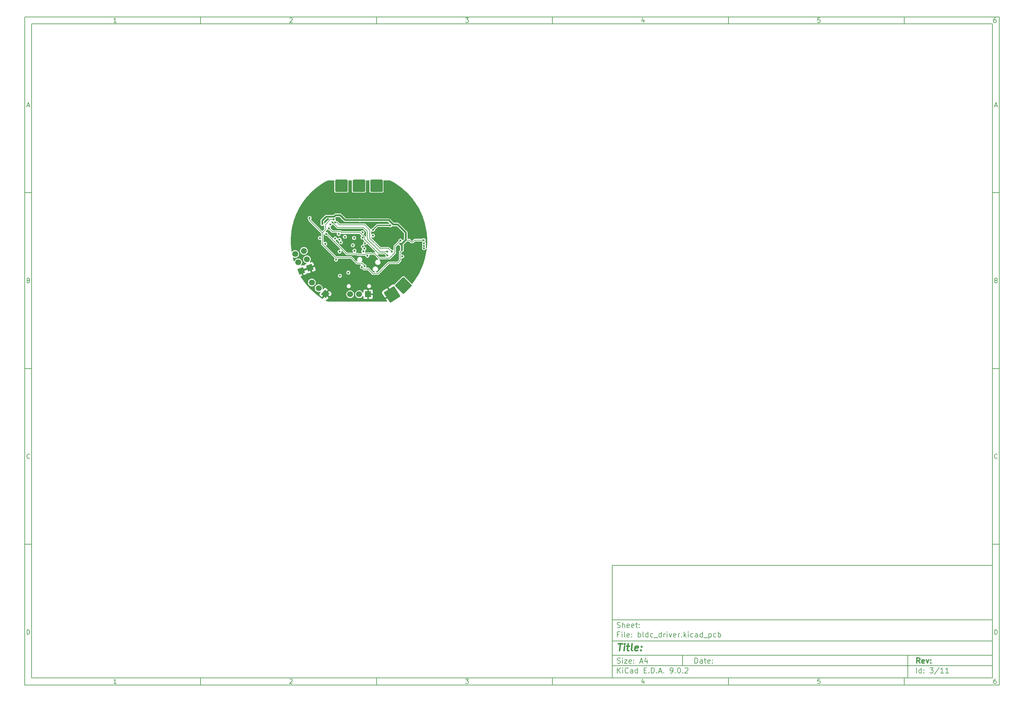
<source format=gbr>
%TF.GenerationSoftware,KiCad,Pcbnew,9.0.2-9.0.2-0~ubuntu22.04.1*%
%TF.CreationDate,2025-06-23T17:33:18+10:00*%
%TF.ProjectId,bldc_driver,626c6463-5f64-4726-9976-65722e6b6963,rev?*%
%TF.SameCoordinates,Original*%
%TF.FileFunction,Copper,L3,Inr*%
%TF.FilePolarity,Positive*%
%FSLAX46Y46*%
G04 Gerber Fmt 4.6, Leading zero omitted, Abs format (unit mm)*
G04 Created by KiCad (PCBNEW 9.0.2-9.0.2-0~ubuntu22.04.1) date 2025-06-23 17:33:18*
%MOMM*%
%LPD*%
G01*
G04 APERTURE LIST*
G04 Aperture macros list*
%AMRoundRect*
0 Rectangle with rounded corners*
0 $1 Rounding radius*
0 $2 $3 $4 $5 $6 $7 $8 $9 X,Y pos of 4 corners*
0 Add a 4 corners polygon primitive as box body*
4,1,4,$2,$3,$4,$5,$6,$7,$8,$9,$2,$3,0*
0 Add four circle primitives for the rounded corners*
1,1,$1+$1,$2,$3*
1,1,$1+$1,$4,$5*
1,1,$1+$1,$6,$7*
1,1,$1+$1,$8,$9*
0 Add four rect primitives between the rounded corners*
20,1,$1+$1,$2,$3,$4,$5,0*
20,1,$1+$1,$4,$5,$6,$7,0*
20,1,$1+$1,$6,$7,$8,$9,0*
20,1,$1+$1,$8,$9,$2,$3,0*%
%AMRotRect*
0 Rectangle, with rotation*
0 The origin of the aperture is its center*
0 $1 length*
0 $2 width*
0 $3 Rotation angle, in degrees counterclockwise*
0 Add horizontal line*
21,1,$1,$2,0,0,$3*%
G04 Aperture macros list end*
%ADD10C,0.100000*%
%ADD11C,0.150000*%
%ADD12C,0.300000*%
%ADD13C,0.400000*%
%TA.AperFunction,ComponentPad*%
%ADD14RoundRect,0.250002X-1.499998X-1.499998X1.499998X-1.499998X1.499998X1.499998X-1.499998X1.499998X0*%
%TD*%
%TA.AperFunction,ComponentPad*%
%ADD15C,3.100000*%
%TD*%
%TA.AperFunction,ComponentPad*%
%ADD16RotRect,1.700000X1.700000X200.000000*%
%TD*%
%TA.AperFunction,ComponentPad*%
%ADD17C,1.700000*%
%TD*%
%TA.AperFunction,ComponentPad*%
%ADD18R,1.700000X1.700000*%
%TD*%
%TA.AperFunction,ComponentPad*%
%ADD19RoundRect,0.250002X-2.071034X0.459137X-0.459137X-2.071034X2.071034X-0.459137X0.459137X2.071034X0*%
%TD*%
%TA.AperFunction,ComponentPad*%
%ADD20RoundRect,0.250002X0.000000X-2.121318X2.121318X0.000000X0.000000X2.121318X-2.121318X0.000000X0*%
%TD*%
%TA.AperFunction,ComponentPad*%
%ADD21RotRect,1.700000X1.700000X230.000000*%
%TD*%
%TA.AperFunction,ViaPad*%
%ADD22C,0.600000*%
%TD*%
%TA.AperFunction,Conductor*%
%ADD23C,0.300000*%
%TD*%
%TA.AperFunction,Conductor*%
%ADD24C,0.500000*%
%TD*%
%TA.AperFunction,Conductor*%
%ADD25C,0.200000*%
%TD*%
G04 APERTURE END LIST*
D10*
D11*
X177002200Y-166007200D02*
X285002200Y-166007200D01*
X285002200Y-198007200D01*
X177002200Y-198007200D01*
X177002200Y-166007200D01*
D10*
D11*
X10000000Y-10000000D02*
X287002200Y-10000000D01*
X287002200Y-200007200D01*
X10000000Y-200007200D01*
X10000000Y-10000000D01*
D10*
D11*
X12000000Y-12000000D02*
X285002200Y-12000000D01*
X285002200Y-198007200D01*
X12000000Y-198007200D01*
X12000000Y-12000000D01*
D10*
D11*
X60000000Y-12000000D02*
X60000000Y-10000000D01*
D10*
D11*
X110000000Y-12000000D02*
X110000000Y-10000000D01*
D10*
D11*
X160000000Y-12000000D02*
X160000000Y-10000000D01*
D10*
D11*
X210000000Y-12000000D02*
X210000000Y-10000000D01*
D10*
D11*
X260000000Y-12000000D02*
X260000000Y-10000000D01*
D10*
D11*
X36089160Y-11593604D02*
X35346303Y-11593604D01*
X35717731Y-11593604D02*
X35717731Y-10293604D01*
X35717731Y-10293604D02*
X35593922Y-10479319D01*
X35593922Y-10479319D02*
X35470112Y-10603128D01*
X35470112Y-10603128D02*
X35346303Y-10665033D01*
D10*
D11*
X85346303Y-10417414D02*
X85408207Y-10355509D01*
X85408207Y-10355509D02*
X85532017Y-10293604D01*
X85532017Y-10293604D02*
X85841541Y-10293604D01*
X85841541Y-10293604D02*
X85965350Y-10355509D01*
X85965350Y-10355509D02*
X86027255Y-10417414D01*
X86027255Y-10417414D02*
X86089160Y-10541223D01*
X86089160Y-10541223D02*
X86089160Y-10665033D01*
X86089160Y-10665033D02*
X86027255Y-10850747D01*
X86027255Y-10850747D02*
X85284398Y-11593604D01*
X85284398Y-11593604D02*
X86089160Y-11593604D01*
D10*
D11*
X135284398Y-10293604D02*
X136089160Y-10293604D01*
X136089160Y-10293604D02*
X135655826Y-10788842D01*
X135655826Y-10788842D02*
X135841541Y-10788842D01*
X135841541Y-10788842D02*
X135965350Y-10850747D01*
X135965350Y-10850747D02*
X136027255Y-10912652D01*
X136027255Y-10912652D02*
X136089160Y-11036461D01*
X136089160Y-11036461D02*
X136089160Y-11345985D01*
X136089160Y-11345985D02*
X136027255Y-11469795D01*
X136027255Y-11469795D02*
X135965350Y-11531700D01*
X135965350Y-11531700D02*
X135841541Y-11593604D01*
X135841541Y-11593604D02*
X135470112Y-11593604D01*
X135470112Y-11593604D02*
X135346303Y-11531700D01*
X135346303Y-11531700D02*
X135284398Y-11469795D01*
D10*
D11*
X185965350Y-10726938D02*
X185965350Y-11593604D01*
X185655826Y-10231700D02*
X185346303Y-11160271D01*
X185346303Y-11160271D02*
X186151064Y-11160271D01*
D10*
D11*
X236027255Y-10293604D02*
X235408207Y-10293604D01*
X235408207Y-10293604D02*
X235346303Y-10912652D01*
X235346303Y-10912652D02*
X235408207Y-10850747D01*
X235408207Y-10850747D02*
X235532017Y-10788842D01*
X235532017Y-10788842D02*
X235841541Y-10788842D01*
X235841541Y-10788842D02*
X235965350Y-10850747D01*
X235965350Y-10850747D02*
X236027255Y-10912652D01*
X236027255Y-10912652D02*
X236089160Y-11036461D01*
X236089160Y-11036461D02*
X236089160Y-11345985D01*
X236089160Y-11345985D02*
X236027255Y-11469795D01*
X236027255Y-11469795D02*
X235965350Y-11531700D01*
X235965350Y-11531700D02*
X235841541Y-11593604D01*
X235841541Y-11593604D02*
X235532017Y-11593604D01*
X235532017Y-11593604D02*
X235408207Y-11531700D01*
X235408207Y-11531700D02*
X235346303Y-11469795D01*
D10*
D11*
X285965350Y-10293604D02*
X285717731Y-10293604D01*
X285717731Y-10293604D02*
X285593922Y-10355509D01*
X285593922Y-10355509D02*
X285532017Y-10417414D01*
X285532017Y-10417414D02*
X285408207Y-10603128D01*
X285408207Y-10603128D02*
X285346303Y-10850747D01*
X285346303Y-10850747D02*
X285346303Y-11345985D01*
X285346303Y-11345985D02*
X285408207Y-11469795D01*
X285408207Y-11469795D02*
X285470112Y-11531700D01*
X285470112Y-11531700D02*
X285593922Y-11593604D01*
X285593922Y-11593604D02*
X285841541Y-11593604D01*
X285841541Y-11593604D02*
X285965350Y-11531700D01*
X285965350Y-11531700D02*
X286027255Y-11469795D01*
X286027255Y-11469795D02*
X286089160Y-11345985D01*
X286089160Y-11345985D02*
X286089160Y-11036461D01*
X286089160Y-11036461D02*
X286027255Y-10912652D01*
X286027255Y-10912652D02*
X285965350Y-10850747D01*
X285965350Y-10850747D02*
X285841541Y-10788842D01*
X285841541Y-10788842D02*
X285593922Y-10788842D01*
X285593922Y-10788842D02*
X285470112Y-10850747D01*
X285470112Y-10850747D02*
X285408207Y-10912652D01*
X285408207Y-10912652D02*
X285346303Y-11036461D01*
D10*
D11*
X60000000Y-198007200D02*
X60000000Y-200007200D01*
D10*
D11*
X110000000Y-198007200D02*
X110000000Y-200007200D01*
D10*
D11*
X160000000Y-198007200D02*
X160000000Y-200007200D01*
D10*
D11*
X210000000Y-198007200D02*
X210000000Y-200007200D01*
D10*
D11*
X260000000Y-198007200D02*
X260000000Y-200007200D01*
D10*
D11*
X36089160Y-199600804D02*
X35346303Y-199600804D01*
X35717731Y-199600804D02*
X35717731Y-198300804D01*
X35717731Y-198300804D02*
X35593922Y-198486519D01*
X35593922Y-198486519D02*
X35470112Y-198610328D01*
X35470112Y-198610328D02*
X35346303Y-198672233D01*
D10*
D11*
X85346303Y-198424614D02*
X85408207Y-198362709D01*
X85408207Y-198362709D02*
X85532017Y-198300804D01*
X85532017Y-198300804D02*
X85841541Y-198300804D01*
X85841541Y-198300804D02*
X85965350Y-198362709D01*
X85965350Y-198362709D02*
X86027255Y-198424614D01*
X86027255Y-198424614D02*
X86089160Y-198548423D01*
X86089160Y-198548423D02*
X86089160Y-198672233D01*
X86089160Y-198672233D02*
X86027255Y-198857947D01*
X86027255Y-198857947D02*
X85284398Y-199600804D01*
X85284398Y-199600804D02*
X86089160Y-199600804D01*
D10*
D11*
X135284398Y-198300804D02*
X136089160Y-198300804D01*
X136089160Y-198300804D02*
X135655826Y-198796042D01*
X135655826Y-198796042D02*
X135841541Y-198796042D01*
X135841541Y-198796042D02*
X135965350Y-198857947D01*
X135965350Y-198857947D02*
X136027255Y-198919852D01*
X136027255Y-198919852D02*
X136089160Y-199043661D01*
X136089160Y-199043661D02*
X136089160Y-199353185D01*
X136089160Y-199353185D02*
X136027255Y-199476995D01*
X136027255Y-199476995D02*
X135965350Y-199538900D01*
X135965350Y-199538900D02*
X135841541Y-199600804D01*
X135841541Y-199600804D02*
X135470112Y-199600804D01*
X135470112Y-199600804D02*
X135346303Y-199538900D01*
X135346303Y-199538900D02*
X135284398Y-199476995D01*
D10*
D11*
X185965350Y-198734138D02*
X185965350Y-199600804D01*
X185655826Y-198238900D02*
X185346303Y-199167471D01*
X185346303Y-199167471D02*
X186151064Y-199167471D01*
D10*
D11*
X236027255Y-198300804D02*
X235408207Y-198300804D01*
X235408207Y-198300804D02*
X235346303Y-198919852D01*
X235346303Y-198919852D02*
X235408207Y-198857947D01*
X235408207Y-198857947D02*
X235532017Y-198796042D01*
X235532017Y-198796042D02*
X235841541Y-198796042D01*
X235841541Y-198796042D02*
X235965350Y-198857947D01*
X235965350Y-198857947D02*
X236027255Y-198919852D01*
X236027255Y-198919852D02*
X236089160Y-199043661D01*
X236089160Y-199043661D02*
X236089160Y-199353185D01*
X236089160Y-199353185D02*
X236027255Y-199476995D01*
X236027255Y-199476995D02*
X235965350Y-199538900D01*
X235965350Y-199538900D02*
X235841541Y-199600804D01*
X235841541Y-199600804D02*
X235532017Y-199600804D01*
X235532017Y-199600804D02*
X235408207Y-199538900D01*
X235408207Y-199538900D02*
X235346303Y-199476995D01*
D10*
D11*
X285965350Y-198300804D02*
X285717731Y-198300804D01*
X285717731Y-198300804D02*
X285593922Y-198362709D01*
X285593922Y-198362709D02*
X285532017Y-198424614D01*
X285532017Y-198424614D02*
X285408207Y-198610328D01*
X285408207Y-198610328D02*
X285346303Y-198857947D01*
X285346303Y-198857947D02*
X285346303Y-199353185D01*
X285346303Y-199353185D02*
X285408207Y-199476995D01*
X285408207Y-199476995D02*
X285470112Y-199538900D01*
X285470112Y-199538900D02*
X285593922Y-199600804D01*
X285593922Y-199600804D02*
X285841541Y-199600804D01*
X285841541Y-199600804D02*
X285965350Y-199538900D01*
X285965350Y-199538900D02*
X286027255Y-199476995D01*
X286027255Y-199476995D02*
X286089160Y-199353185D01*
X286089160Y-199353185D02*
X286089160Y-199043661D01*
X286089160Y-199043661D02*
X286027255Y-198919852D01*
X286027255Y-198919852D02*
X285965350Y-198857947D01*
X285965350Y-198857947D02*
X285841541Y-198796042D01*
X285841541Y-198796042D02*
X285593922Y-198796042D01*
X285593922Y-198796042D02*
X285470112Y-198857947D01*
X285470112Y-198857947D02*
X285408207Y-198919852D01*
X285408207Y-198919852D02*
X285346303Y-199043661D01*
D10*
D11*
X10000000Y-60000000D02*
X12000000Y-60000000D01*
D10*
D11*
X10000000Y-110000000D02*
X12000000Y-110000000D01*
D10*
D11*
X10000000Y-160000000D02*
X12000000Y-160000000D01*
D10*
D11*
X10690476Y-35222176D02*
X11309523Y-35222176D01*
X10566666Y-35593604D02*
X10999999Y-34293604D01*
X10999999Y-34293604D02*
X11433333Y-35593604D01*
D10*
D11*
X11092857Y-84912652D02*
X11278571Y-84974557D01*
X11278571Y-84974557D02*
X11340476Y-85036461D01*
X11340476Y-85036461D02*
X11402380Y-85160271D01*
X11402380Y-85160271D02*
X11402380Y-85345985D01*
X11402380Y-85345985D02*
X11340476Y-85469795D01*
X11340476Y-85469795D02*
X11278571Y-85531700D01*
X11278571Y-85531700D02*
X11154761Y-85593604D01*
X11154761Y-85593604D02*
X10659523Y-85593604D01*
X10659523Y-85593604D02*
X10659523Y-84293604D01*
X10659523Y-84293604D02*
X11092857Y-84293604D01*
X11092857Y-84293604D02*
X11216666Y-84355509D01*
X11216666Y-84355509D02*
X11278571Y-84417414D01*
X11278571Y-84417414D02*
X11340476Y-84541223D01*
X11340476Y-84541223D02*
X11340476Y-84665033D01*
X11340476Y-84665033D02*
X11278571Y-84788842D01*
X11278571Y-84788842D02*
X11216666Y-84850747D01*
X11216666Y-84850747D02*
X11092857Y-84912652D01*
X11092857Y-84912652D02*
X10659523Y-84912652D01*
D10*
D11*
X11402380Y-135469795D02*
X11340476Y-135531700D01*
X11340476Y-135531700D02*
X11154761Y-135593604D01*
X11154761Y-135593604D02*
X11030952Y-135593604D01*
X11030952Y-135593604D02*
X10845238Y-135531700D01*
X10845238Y-135531700D02*
X10721428Y-135407890D01*
X10721428Y-135407890D02*
X10659523Y-135284080D01*
X10659523Y-135284080D02*
X10597619Y-135036461D01*
X10597619Y-135036461D02*
X10597619Y-134850747D01*
X10597619Y-134850747D02*
X10659523Y-134603128D01*
X10659523Y-134603128D02*
X10721428Y-134479319D01*
X10721428Y-134479319D02*
X10845238Y-134355509D01*
X10845238Y-134355509D02*
X11030952Y-134293604D01*
X11030952Y-134293604D02*
X11154761Y-134293604D01*
X11154761Y-134293604D02*
X11340476Y-134355509D01*
X11340476Y-134355509D02*
X11402380Y-134417414D01*
D10*
D11*
X10659523Y-185593604D02*
X10659523Y-184293604D01*
X10659523Y-184293604D02*
X10969047Y-184293604D01*
X10969047Y-184293604D02*
X11154761Y-184355509D01*
X11154761Y-184355509D02*
X11278571Y-184479319D01*
X11278571Y-184479319D02*
X11340476Y-184603128D01*
X11340476Y-184603128D02*
X11402380Y-184850747D01*
X11402380Y-184850747D02*
X11402380Y-185036461D01*
X11402380Y-185036461D02*
X11340476Y-185284080D01*
X11340476Y-185284080D02*
X11278571Y-185407890D01*
X11278571Y-185407890D02*
X11154761Y-185531700D01*
X11154761Y-185531700D02*
X10969047Y-185593604D01*
X10969047Y-185593604D02*
X10659523Y-185593604D01*
D10*
D11*
X287002200Y-60000000D02*
X285002200Y-60000000D01*
D10*
D11*
X287002200Y-110000000D02*
X285002200Y-110000000D01*
D10*
D11*
X287002200Y-160000000D02*
X285002200Y-160000000D01*
D10*
D11*
X285692676Y-35222176D02*
X286311723Y-35222176D01*
X285568866Y-35593604D02*
X286002199Y-34293604D01*
X286002199Y-34293604D02*
X286435533Y-35593604D01*
D10*
D11*
X286095057Y-84912652D02*
X286280771Y-84974557D01*
X286280771Y-84974557D02*
X286342676Y-85036461D01*
X286342676Y-85036461D02*
X286404580Y-85160271D01*
X286404580Y-85160271D02*
X286404580Y-85345985D01*
X286404580Y-85345985D02*
X286342676Y-85469795D01*
X286342676Y-85469795D02*
X286280771Y-85531700D01*
X286280771Y-85531700D02*
X286156961Y-85593604D01*
X286156961Y-85593604D02*
X285661723Y-85593604D01*
X285661723Y-85593604D02*
X285661723Y-84293604D01*
X285661723Y-84293604D02*
X286095057Y-84293604D01*
X286095057Y-84293604D02*
X286218866Y-84355509D01*
X286218866Y-84355509D02*
X286280771Y-84417414D01*
X286280771Y-84417414D02*
X286342676Y-84541223D01*
X286342676Y-84541223D02*
X286342676Y-84665033D01*
X286342676Y-84665033D02*
X286280771Y-84788842D01*
X286280771Y-84788842D02*
X286218866Y-84850747D01*
X286218866Y-84850747D02*
X286095057Y-84912652D01*
X286095057Y-84912652D02*
X285661723Y-84912652D01*
D10*
D11*
X286404580Y-135469795D02*
X286342676Y-135531700D01*
X286342676Y-135531700D02*
X286156961Y-135593604D01*
X286156961Y-135593604D02*
X286033152Y-135593604D01*
X286033152Y-135593604D02*
X285847438Y-135531700D01*
X285847438Y-135531700D02*
X285723628Y-135407890D01*
X285723628Y-135407890D02*
X285661723Y-135284080D01*
X285661723Y-135284080D02*
X285599819Y-135036461D01*
X285599819Y-135036461D02*
X285599819Y-134850747D01*
X285599819Y-134850747D02*
X285661723Y-134603128D01*
X285661723Y-134603128D02*
X285723628Y-134479319D01*
X285723628Y-134479319D02*
X285847438Y-134355509D01*
X285847438Y-134355509D02*
X286033152Y-134293604D01*
X286033152Y-134293604D02*
X286156961Y-134293604D01*
X286156961Y-134293604D02*
X286342676Y-134355509D01*
X286342676Y-134355509D02*
X286404580Y-134417414D01*
D10*
D11*
X285661723Y-185593604D02*
X285661723Y-184293604D01*
X285661723Y-184293604D02*
X285971247Y-184293604D01*
X285971247Y-184293604D02*
X286156961Y-184355509D01*
X286156961Y-184355509D02*
X286280771Y-184479319D01*
X286280771Y-184479319D02*
X286342676Y-184603128D01*
X286342676Y-184603128D02*
X286404580Y-184850747D01*
X286404580Y-184850747D02*
X286404580Y-185036461D01*
X286404580Y-185036461D02*
X286342676Y-185284080D01*
X286342676Y-185284080D02*
X286280771Y-185407890D01*
X286280771Y-185407890D02*
X286156961Y-185531700D01*
X286156961Y-185531700D02*
X285971247Y-185593604D01*
X285971247Y-185593604D02*
X285661723Y-185593604D01*
D10*
D11*
X200458026Y-193793328D02*
X200458026Y-192293328D01*
X200458026Y-192293328D02*
X200815169Y-192293328D01*
X200815169Y-192293328D02*
X201029455Y-192364757D01*
X201029455Y-192364757D02*
X201172312Y-192507614D01*
X201172312Y-192507614D02*
X201243741Y-192650471D01*
X201243741Y-192650471D02*
X201315169Y-192936185D01*
X201315169Y-192936185D02*
X201315169Y-193150471D01*
X201315169Y-193150471D02*
X201243741Y-193436185D01*
X201243741Y-193436185D02*
X201172312Y-193579042D01*
X201172312Y-193579042D02*
X201029455Y-193721900D01*
X201029455Y-193721900D02*
X200815169Y-193793328D01*
X200815169Y-193793328D02*
X200458026Y-193793328D01*
X202600884Y-193793328D02*
X202600884Y-193007614D01*
X202600884Y-193007614D02*
X202529455Y-192864757D01*
X202529455Y-192864757D02*
X202386598Y-192793328D01*
X202386598Y-192793328D02*
X202100884Y-192793328D01*
X202100884Y-192793328D02*
X201958026Y-192864757D01*
X202600884Y-193721900D02*
X202458026Y-193793328D01*
X202458026Y-193793328D02*
X202100884Y-193793328D01*
X202100884Y-193793328D02*
X201958026Y-193721900D01*
X201958026Y-193721900D02*
X201886598Y-193579042D01*
X201886598Y-193579042D02*
X201886598Y-193436185D01*
X201886598Y-193436185D02*
X201958026Y-193293328D01*
X201958026Y-193293328D02*
X202100884Y-193221900D01*
X202100884Y-193221900D02*
X202458026Y-193221900D01*
X202458026Y-193221900D02*
X202600884Y-193150471D01*
X203100884Y-192793328D02*
X203672312Y-192793328D01*
X203315169Y-192293328D02*
X203315169Y-193579042D01*
X203315169Y-193579042D02*
X203386598Y-193721900D01*
X203386598Y-193721900D02*
X203529455Y-193793328D01*
X203529455Y-193793328D02*
X203672312Y-193793328D01*
X204743741Y-193721900D02*
X204600884Y-193793328D01*
X204600884Y-193793328D02*
X204315170Y-193793328D01*
X204315170Y-193793328D02*
X204172312Y-193721900D01*
X204172312Y-193721900D02*
X204100884Y-193579042D01*
X204100884Y-193579042D02*
X204100884Y-193007614D01*
X204100884Y-193007614D02*
X204172312Y-192864757D01*
X204172312Y-192864757D02*
X204315170Y-192793328D01*
X204315170Y-192793328D02*
X204600884Y-192793328D01*
X204600884Y-192793328D02*
X204743741Y-192864757D01*
X204743741Y-192864757D02*
X204815170Y-193007614D01*
X204815170Y-193007614D02*
X204815170Y-193150471D01*
X204815170Y-193150471D02*
X204100884Y-193293328D01*
X205458026Y-193650471D02*
X205529455Y-193721900D01*
X205529455Y-193721900D02*
X205458026Y-193793328D01*
X205458026Y-193793328D02*
X205386598Y-193721900D01*
X205386598Y-193721900D02*
X205458026Y-193650471D01*
X205458026Y-193650471D02*
X205458026Y-193793328D01*
X205458026Y-192864757D02*
X205529455Y-192936185D01*
X205529455Y-192936185D02*
X205458026Y-193007614D01*
X205458026Y-193007614D02*
X205386598Y-192936185D01*
X205386598Y-192936185D02*
X205458026Y-192864757D01*
X205458026Y-192864757D02*
X205458026Y-193007614D01*
D10*
D11*
X177002200Y-194507200D02*
X285002200Y-194507200D01*
D10*
D11*
X178458026Y-196593328D02*
X178458026Y-195093328D01*
X179315169Y-196593328D02*
X178672312Y-195736185D01*
X179315169Y-195093328D02*
X178458026Y-195950471D01*
X179958026Y-196593328D02*
X179958026Y-195593328D01*
X179958026Y-195093328D02*
X179886598Y-195164757D01*
X179886598Y-195164757D02*
X179958026Y-195236185D01*
X179958026Y-195236185D02*
X180029455Y-195164757D01*
X180029455Y-195164757D02*
X179958026Y-195093328D01*
X179958026Y-195093328D02*
X179958026Y-195236185D01*
X181529455Y-196450471D02*
X181458027Y-196521900D01*
X181458027Y-196521900D02*
X181243741Y-196593328D01*
X181243741Y-196593328D02*
X181100884Y-196593328D01*
X181100884Y-196593328D02*
X180886598Y-196521900D01*
X180886598Y-196521900D02*
X180743741Y-196379042D01*
X180743741Y-196379042D02*
X180672312Y-196236185D01*
X180672312Y-196236185D02*
X180600884Y-195950471D01*
X180600884Y-195950471D02*
X180600884Y-195736185D01*
X180600884Y-195736185D02*
X180672312Y-195450471D01*
X180672312Y-195450471D02*
X180743741Y-195307614D01*
X180743741Y-195307614D02*
X180886598Y-195164757D01*
X180886598Y-195164757D02*
X181100884Y-195093328D01*
X181100884Y-195093328D02*
X181243741Y-195093328D01*
X181243741Y-195093328D02*
X181458027Y-195164757D01*
X181458027Y-195164757D02*
X181529455Y-195236185D01*
X182815170Y-196593328D02*
X182815170Y-195807614D01*
X182815170Y-195807614D02*
X182743741Y-195664757D01*
X182743741Y-195664757D02*
X182600884Y-195593328D01*
X182600884Y-195593328D02*
X182315170Y-195593328D01*
X182315170Y-195593328D02*
X182172312Y-195664757D01*
X182815170Y-196521900D02*
X182672312Y-196593328D01*
X182672312Y-196593328D02*
X182315170Y-196593328D01*
X182315170Y-196593328D02*
X182172312Y-196521900D01*
X182172312Y-196521900D02*
X182100884Y-196379042D01*
X182100884Y-196379042D02*
X182100884Y-196236185D01*
X182100884Y-196236185D02*
X182172312Y-196093328D01*
X182172312Y-196093328D02*
X182315170Y-196021900D01*
X182315170Y-196021900D02*
X182672312Y-196021900D01*
X182672312Y-196021900D02*
X182815170Y-195950471D01*
X184172313Y-196593328D02*
X184172313Y-195093328D01*
X184172313Y-196521900D02*
X184029455Y-196593328D01*
X184029455Y-196593328D02*
X183743741Y-196593328D01*
X183743741Y-196593328D02*
X183600884Y-196521900D01*
X183600884Y-196521900D02*
X183529455Y-196450471D01*
X183529455Y-196450471D02*
X183458027Y-196307614D01*
X183458027Y-196307614D02*
X183458027Y-195879042D01*
X183458027Y-195879042D02*
X183529455Y-195736185D01*
X183529455Y-195736185D02*
X183600884Y-195664757D01*
X183600884Y-195664757D02*
X183743741Y-195593328D01*
X183743741Y-195593328D02*
X184029455Y-195593328D01*
X184029455Y-195593328D02*
X184172313Y-195664757D01*
X186029455Y-195807614D02*
X186529455Y-195807614D01*
X186743741Y-196593328D02*
X186029455Y-196593328D01*
X186029455Y-196593328D02*
X186029455Y-195093328D01*
X186029455Y-195093328D02*
X186743741Y-195093328D01*
X187386598Y-196450471D02*
X187458027Y-196521900D01*
X187458027Y-196521900D02*
X187386598Y-196593328D01*
X187386598Y-196593328D02*
X187315170Y-196521900D01*
X187315170Y-196521900D02*
X187386598Y-196450471D01*
X187386598Y-196450471D02*
X187386598Y-196593328D01*
X188100884Y-196593328D02*
X188100884Y-195093328D01*
X188100884Y-195093328D02*
X188458027Y-195093328D01*
X188458027Y-195093328D02*
X188672313Y-195164757D01*
X188672313Y-195164757D02*
X188815170Y-195307614D01*
X188815170Y-195307614D02*
X188886599Y-195450471D01*
X188886599Y-195450471D02*
X188958027Y-195736185D01*
X188958027Y-195736185D02*
X188958027Y-195950471D01*
X188958027Y-195950471D02*
X188886599Y-196236185D01*
X188886599Y-196236185D02*
X188815170Y-196379042D01*
X188815170Y-196379042D02*
X188672313Y-196521900D01*
X188672313Y-196521900D02*
X188458027Y-196593328D01*
X188458027Y-196593328D02*
X188100884Y-196593328D01*
X189600884Y-196450471D02*
X189672313Y-196521900D01*
X189672313Y-196521900D02*
X189600884Y-196593328D01*
X189600884Y-196593328D02*
X189529456Y-196521900D01*
X189529456Y-196521900D02*
X189600884Y-196450471D01*
X189600884Y-196450471D02*
X189600884Y-196593328D01*
X190243742Y-196164757D02*
X190958028Y-196164757D01*
X190100885Y-196593328D02*
X190600885Y-195093328D01*
X190600885Y-195093328D02*
X191100885Y-196593328D01*
X191600884Y-196450471D02*
X191672313Y-196521900D01*
X191672313Y-196521900D02*
X191600884Y-196593328D01*
X191600884Y-196593328D02*
X191529456Y-196521900D01*
X191529456Y-196521900D02*
X191600884Y-196450471D01*
X191600884Y-196450471D02*
X191600884Y-196593328D01*
X193529456Y-196593328D02*
X193815170Y-196593328D01*
X193815170Y-196593328D02*
X193958027Y-196521900D01*
X193958027Y-196521900D02*
X194029456Y-196450471D01*
X194029456Y-196450471D02*
X194172313Y-196236185D01*
X194172313Y-196236185D02*
X194243742Y-195950471D01*
X194243742Y-195950471D02*
X194243742Y-195379042D01*
X194243742Y-195379042D02*
X194172313Y-195236185D01*
X194172313Y-195236185D02*
X194100885Y-195164757D01*
X194100885Y-195164757D02*
X193958027Y-195093328D01*
X193958027Y-195093328D02*
X193672313Y-195093328D01*
X193672313Y-195093328D02*
X193529456Y-195164757D01*
X193529456Y-195164757D02*
X193458027Y-195236185D01*
X193458027Y-195236185D02*
X193386599Y-195379042D01*
X193386599Y-195379042D02*
X193386599Y-195736185D01*
X193386599Y-195736185D02*
X193458027Y-195879042D01*
X193458027Y-195879042D02*
X193529456Y-195950471D01*
X193529456Y-195950471D02*
X193672313Y-196021900D01*
X193672313Y-196021900D02*
X193958027Y-196021900D01*
X193958027Y-196021900D02*
X194100885Y-195950471D01*
X194100885Y-195950471D02*
X194172313Y-195879042D01*
X194172313Y-195879042D02*
X194243742Y-195736185D01*
X194886598Y-196450471D02*
X194958027Y-196521900D01*
X194958027Y-196521900D02*
X194886598Y-196593328D01*
X194886598Y-196593328D02*
X194815170Y-196521900D01*
X194815170Y-196521900D02*
X194886598Y-196450471D01*
X194886598Y-196450471D02*
X194886598Y-196593328D01*
X195886599Y-195093328D02*
X196029456Y-195093328D01*
X196029456Y-195093328D02*
X196172313Y-195164757D01*
X196172313Y-195164757D02*
X196243742Y-195236185D01*
X196243742Y-195236185D02*
X196315170Y-195379042D01*
X196315170Y-195379042D02*
X196386599Y-195664757D01*
X196386599Y-195664757D02*
X196386599Y-196021900D01*
X196386599Y-196021900D02*
X196315170Y-196307614D01*
X196315170Y-196307614D02*
X196243742Y-196450471D01*
X196243742Y-196450471D02*
X196172313Y-196521900D01*
X196172313Y-196521900D02*
X196029456Y-196593328D01*
X196029456Y-196593328D02*
X195886599Y-196593328D01*
X195886599Y-196593328D02*
X195743742Y-196521900D01*
X195743742Y-196521900D02*
X195672313Y-196450471D01*
X195672313Y-196450471D02*
X195600884Y-196307614D01*
X195600884Y-196307614D02*
X195529456Y-196021900D01*
X195529456Y-196021900D02*
X195529456Y-195664757D01*
X195529456Y-195664757D02*
X195600884Y-195379042D01*
X195600884Y-195379042D02*
X195672313Y-195236185D01*
X195672313Y-195236185D02*
X195743742Y-195164757D01*
X195743742Y-195164757D02*
X195886599Y-195093328D01*
X197029455Y-196450471D02*
X197100884Y-196521900D01*
X197100884Y-196521900D02*
X197029455Y-196593328D01*
X197029455Y-196593328D02*
X196958027Y-196521900D01*
X196958027Y-196521900D02*
X197029455Y-196450471D01*
X197029455Y-196450471D02*
X197029455Y-196593328D01*
X197672313Y-195236185D02*
X197743741Y-195164757D01*
X197743741Y-195164757D02*
X197886599Y-195093328D01*
X197886599Y-195093328D02*
X198243741Y-195093328D01*
X198243741Y-195093328D02*
X198386599Y-195164757D01*
X198386599Y-195164757D02*
X198458027Y-195236185D01*
X198458027Y-195236185D02*
X198529456Y-195379042D01*
X198529456Y-195379042D02*
X198529456Y-195521900D01*
X198529456Y-195521900D02*
X198458027Y-195736185D01*
X198458027Y-195736185D02*
X197600884Y-196593328D01*
X197600884Y-196593328D02*
X198529456Y-196593328D01*
D10*
D11*
X177002200Y-191507200D02*
X285002200Y-191507200D01*
D10*
D12*
X264413853Y-193785528D02*
X263913853Y-193071242D01*
X263556710Y-193785528D02*
X263556710Y-192285528D01*
X263556710Y-192285528D02*
X264128139Y-192285528D01*
X264128139Y-192285528D02*
X264270996Y-192356957D01*
X264270996Y-192356957D02*
X264342425Y-192428385D01*
X264342425Y-192428385D02*
X264413853Y-192571242D01*
X264413853Y-192571242D02*
X264413853Y-192785528D01*
X264413853Y-192785528D02*
X264342425Y-192928385D01*
X264342425Y-192928385D02*
X264270996Y-192999814D01*
X264270996Y-192999814D02*
X264128139Y-193071242D01*
X264128139Y-193071242D02*
X263556710Y-193071242D01*
X265628139Y-193714100D02*
X265485282Y-193785528D01*
X265485282Y-193785528D02*
X265199568Y-193785528D01*
X265199568Y-193785528D02*
X265056710Y-193714100D01*
X265056710Y-193714100D02*
X264985282Y-193571242D01*
X264985282Y-193571242D02*
X264985282Y-192999814D01*
X264985282Y-192999814D02*
X265056710Y-192856957D01*
X265056710Y-192856957D02*
X265199568Y-192785528D01*
X265199568Y-192785528D02*
X265485282Y-192785528D01*
X265485282Y-192785528D02*
X265628139Y-192856957D01*
X265628139Y-192856957D02*
X265699568Y-192999814D01*
X265699568Y-192999814D02*
X265699568Y-193142671D01*
X265699568Y-193142671D02*
X264985282Y-193285528D01*
X266199567Y-192785528D02*
X266556710Y-193785528D01*
X266556710Y-193785528D02*
X266913853Y-192785528D01*
X267485281Y-193642671D02*
X267556710Y-193714100D01*
X267556710Y-193714100D02*
X267485281Y-193785528D01*
X267485281Y-193785528D02*
X267413853Y-193714100D01*
X267413853Y-193714100D02*
X267485281Y-193642671D01*
X267485281Y-193642671D02*
X267485281Y-193785528D01*
X267485281Y-192856957D02*
X267556710Y-192928385D01*
X267556710Y-192928385D02*
X267485281Y-192999814D01*
X267485281Y-192999814D02*
X267413853Y-192928385D01*
X267413853Y-192928385D02*
X267485281Y-192856957D01*
X267485281Y-192856957D02*
X267485281Y-192999814D01*
D10*
D11*
X178386598Y-193721900D02*
X178600884Y-193793328D01*
X178600884Y-193793328D02*
X178958026Y-193793328D01*
X178958026Y-193793328D02*
X179100884Y-193721900D01*
X179100884Y-193721900D02*
X179172312Y-193650471D01*
X179172312Y-193650471D02*
X179243741Y-193507614D01*
X179243741Y-193507614D02*
X179243741Y-193364757D01*
X179243741Y-193364757D02*
X179172312Y-193221900D01*
X179172312Y-193221900D02*
X179100884Y-193150471D01*
X179100884Y-193150471D02*
X178958026Y-193079042D01*
X178958026Y-193079042D02*
X178672312Y-193007614D01*
X178672312Y-193007614D02*
X178529455Y-192936185D01*
X178529455Y-192936185D02*
X178458026Y-192864757D01*
X178458026Y-192864757D02*
X178386598Y-192721900D01*
X178386598Y-192721900D02*
X178386598Y-192579042D01*
X178386598Y-192579042D02*
X178458026Y-192436185D01*
X178458026Y-192436185D02*
X178529455Y-192364757D01*
X178529455Y-192364757D02*
X178672312Y-192293328D01*
X178672312Y-192293328D02*
X179029455Y-192293328D01*
X179029455Y-192293328D02*
X179243741Y-192364757D01*
X179886597Y-193793328D02*
X179886597Y-192793328D01*
X179886597Y-192293328D02*
X179815169Y-192364757D01*
X179815169Y-192364757D02*
X179886597Y-192436185D01*
X179886597Y-192436185D02*
X179958026Y-192364757D01*
X179958026Y-192364757D02*
X179886597Y-192293328D01*
X179886597Y-192293328D02*
X179886597Y-192436185D01*
X180458026Y-192793328D02*
X181243741Y-192793328D01*
X181243741Y-192793328D02*
X180458026Y-193793328D01*
X180458026Y-193793328D02*
X181243741Y-193793328D01*
X182386598Y-193721900D02*
X182243741Y-193793328D01*
X182243741Y-193793328D02*
X181958027Y-193793328D01*
X181958027Y-193793328D02*
X181815169Y-193721900D01*
X181815169Y-193721900D02*
X181743741Y-193579042D01*
X181743741Y-193579042D02*
X181743741Y-193007614D01*
X181743741Y-193007614D02*
X181815169Y-192864757D01*
X181815169Y-192864757D02*
X181958027Y-192793328D01*
X181958027Y-192793328D02*
X182243741Y-192793328D01*
X182243741Y-192793328D02*
X182386598Y-192864757D01*
X182386598Y-192864757D02*
X182458027Y-193007614D01*
X182458027Y-193007614D02*
X182458027Y-193150471D01*
X182458027Y-193150471D02*
X181743741Y-193293328D01*
X183100883Y-193650471D02*
X183172312Y-193721900D01*
X183172312Y-193721900D02*
X183100883Y-193793328D01*
X183100883Y-193793328D02*
X183029455Y-193721900D01*
X183029455Y-193721900D02*
X183100883Y-193650471D01*
X183100883Y-193650471D02*
X183100883Y-193793328D01*
X183100883Y-192864757D02*
X183172312Y-192936185D01*
X183172312Y-192936185D02*
X183100883Y-193007614D01*
X183100883Y-193007614D02*
X183029455Y-192936185D01*
X183029455Y-192936185D02*
X183100883Y-192864757D01*
X183100883Y-192864757D02*
X183100883Y-193007614D01*
X184886598Y-193364757D02*
X185600884Y-193364757D01*
X184743741Y-193793328D02*
X185243741Y-192293328D01*
X185243741Y-192293328D02*
X185743741Y-193793328D01*
X186886598Y-192793328D02*
X186886598Y-193793328D01*
X186529455Y-192221900D02*
X186172312Y-193293328D01*
X186172312Y-193293328D02*
X187100883Y-193293328D01*
D10*
D11*
X263458026Y-196593328D02*
X263458026Y-195093328D01*
X264815170Y-196593328D02*
X264815170Y-195093328D01*
X264815170Y-196521900D02*
X264672312Y-196593328D01*
X264672312Y-196593328D02*
X264386598Y-196593328D01*
X264386598Y-196593328D02*
X264243741Y-196521900D01*
X264243741Y-196521900D02*
X264172312Y-196450471D01*
X264172312Y-196450471D02*
X264100884Y-196307614D01*
X264100884Y-196307614D02*
X264100884Y-195879042D01*
X264100884Y-195879042D02*
X264172312Y-195736185D01*
X264172312Y-195736185D02*
X264243741Y-195664757D01*
X264243741Y-195664757D02*
X264386598Y-195593328D01*
X264386598Y-195593328D02*
X264672312Y-195593328D01*
X264672312Y-195593328D02*
X264815170Y-195664757D01*
X265529455Y-196450471D02*
X265600884Y-196521900D01*
X265600884Y-196521900D02*
X265529455Y-196593328D01*
X265529455Y-196593328D02*
X265458027Y-196521900D01*
X265458027Y-196521900D02*
X265529455Y-196450471D01*
X265529455Y-196450471D02*
X265529455Y-196593328D01*
X265529455Y-195664757D02*
X265600884Y-195736185D01*
X265600884Y-195736185D02*
X265529455Y-195807614D01*
X265529455Y-195807614D02*
X265458027Y-195736185D01*
X265458027Y-195736185D02*
X265529455Y-195664757D01*
X265529455Y-195664757D02*
X265529455Y-195807614D01*
X267243741Y-195093328D02*
X268172313Y-195093328D01*
X268172313Y-195093328D02*
X267672313Y-195664757D01*
X267672313Y-195664757D02*
X267886598Y-195664757D01*
X267886598Y-195664757D02*
X268029456Y-195736185D01*
X268029456Y-195736185D02*
X268100884Y-195807614D01*
X268100884Y-195807614D02*
X268172313Y-195950471D01*
X268172313Y-195950471D02*
X268172313Y-196307614D01*
X268172313Y-196307614D02*
X268100884Y-196450471D01*
X268100884Y-196450471D02*
X268029456Y-196521900D01*
X268029456Y-196521900D02*
X267886598Y-196593328D01*
X267886598Y-196593328D02*
X267458027Y-196593328D01*
X267458027Y-196593328D02*
X267315170Y-196521900D01*
X267315170Y-196521900D02*
X267243741Y-196450471D01*
X269886598Y-195021900D02*
X268600884Y-196950471D01*
X271172313Y-196593328D02*
X270315170Y-196593328D01*
X270743741Y-196593328D02*
X270743741Y-195093328D01*
X270743741Y-195093328D02*
X270600884Y-195307614D01*
X270600884Y-195307614D02*
X270458027Y-195450471D01*
X270458027Y-195450471D02*
X270315170Y-195521900D01*
X272600884Y-196593328D02*
X271743741Y-196593328D01*
X272172312Y-196593328D02*
X272172312Y-195093328D01*
X272172312Y-195093328D02*
X272029455Y-195307614D01*
X272029455Y-195307614D02*
X271886598Y-195450471D01*
X271886598Y-195450471D02*
X271743741Y-195521900D01*
D10*
D11*
X177002200Y-187507200D02*
X285002200Y-187507200D01*
D10*
D13*
X178693928Y-188211638D02*
X179836785Y-188211638D01*
X179015357Y-190211638D02*
X179265357Y-188211638D01*
X180253452Y-190211638D02*
X180420119Y-188878304D01*
X180503452Y-188211638D02*
X180396309Y-188306876D01*
X180396309Y-188306876D02*
X180479643Y-188402114D01*
X180479643Y-188402114D02*
X180586786Y-188306876D01*
X180586786Y-188306876D02*
X180503452Y-188211638D01*
X180503452Y-188211638D02*
X180479643Y-188402114D01*
X181086786Y-188878304D02*
X181848690Y-188878304D01*
X181455833Y-188211638D02*
X181241548Y-189925923D01*
X181241548Y-189925923D02*
X181312976Y-190116400D01*
X181312976Y-190116400D02*
X181491548Y-190211638D01*
X181491548Y-190211638D02*
X181682024Y-190211638D01*
X182634405Y-190211638D02*
X182455833Y-190116400D01*
X182455833Y-190116400D02*
X182384405Y-189925923D01*
X182384405Y-189925923D02*
X182598690Y-188211638D01*
X184170119Y-190116400D02*
X183967738Y-190211638D01*
X183967738Y-190211638D02*
X183586785Y-190211638D01*
X183586785Y-190211638D02*
X183408214Y-190116400D01*
X183408214Y-190116400D02*
X183336785Y-189925923D01*
X183336785Y-189925923D02*
X183432024Y-189164019D01*
X183432024Y-189164019D02*
X183551071Y-188973542D01*
X183551071Y-188973542D02*
X183753452Y-188878304D01*
X183753452Y-188878304D02*
X184134404Y-188878304D01*
X184134404Y-188878304D02*
X184312976Y-188973542D01*
X184312976Y-188973542D02*
X184384404Y-189164019D01*
X184384404Y-189164019D02*
X184360595Y-189354495D01*
X184360595Y-189354495D02*
X183384404Y-189544971D01*
X185134405Y-190021161D02*
X185217738Y-190116400D01*
X185217738Y-190116400D02*
X185110595Y-190211638D01*
X185110595Y-190211638D02*
X185027262Y-190116400D01*
X185027262Y-190116400D02*
X185134405Y-190021161D01*
X185134405Y-190021161D02*
X185110595Y-190211638D01*
X185265357Y-188973542D02*
X185348690Y-189068780D01*
X185348690Y-189068780D02*
X185241548Y-189164019D01*
X185241548Y-189164019D02*
X185158214Y-189068780D01*
X185158214Y-189068780D02*
X185265357Y-188973542D01*
X185265357Y-188973542D02*
X185241548Y-189164019D01*
D10*
D11*
X178958026Y-185607614D02*
X178458026Y-185607614D01*
X178458026Y-186393328D02*
X178458026Y-184893328D01*
X178458026Y-184893328D02*
X179172312Y-184893328D01*
X179743740Y-186393328D02*
X179743740Y-185393328D01*
X179743740Y-184893328D02*
X179672312Y-184964757D01*
X179672312Y-184964757D02*
X179743740Y-185036185D01*
X179743740Y-185036185D02*
X179815169Y-184964757D01*
X179815169Y-184964757D02*
X179743740Y-184893328D01*
X179743740Y-184893328D02*
X179743740Y-185036185D01*
X180672312Y-186393328D02*
X180529455Y-186321900D01*
X180529455Y-186321900D02*
X180458026Y-186179042D01*
X180458026Y-186179042D02*
X180458026Y-184893328D01*
X181815169Y-186321900D02*
X181672312Y-186393328D01*
X181672312Y-186393328D02*
X181386598Y-186393328D01*
X181386598Y-186393328D02*
X181243740Y-186321900D01*
X181243740Y-186321900D02*
X181172312Y-186179042D01*
X181172312Y-186179042D02*
X181172312Y-185607614D01*
X181172312Y-185607614D02*
X181243740Y-185464757D01*
X181243740Y-185464757D02*
X181386598Y-185393328D01*
X181386598Y-185393328D02*
X181672312Y-185393328D01*
X181672312Y-185393328D02*
X181815169Y-185464757D01*
X181815169Y-185464757D02*
X181886598Y-185607614D01*
X181886598Y-185607614D02*
X181886598Y-185750471D01*
X181886598Y-185750471D02*
X181172312Y-185893328D01*
X182529454Y-186250471D02*
X182600883Y-186321900D01*
X182600883Y-186321900D02*
X182529454Y-186393328D01*
X182529454Y-186393328D02*
X182458026Y-186321900D01*
X182458026Y-186321900D02*
X182529454Y-186250471D01*
X182529454Y-186250471D02*
X182529454Y-186393328D01*
X182529454Y-185464757D02*
X182600883Y-185536185D01*
X182600883Y-185536185D02*
X182529454Y-185607614D01*
X182529454Y-185607614D02*
X182458026Y-185536185D01*
X182458026Y-185536185D02*
X182529454Y-185464757D01*
X182529454Y-185464757D02*
X182529454Y-185607614D01*
X184386597Y-186393328D02*
X184386597Y-184893328D01*
X184386597Y-185464757D02*
X184529455Y-185393328D01*
X184529455Y-185393328D02*
X184815169Y-185393328D01*
X184815169Y-185393328D02*
X184958026Y-185464757D01*
X184958026Y-185464757D02*
X185029455Y-185536185D01*
X185029455Y-185536185D02*
X185100883Y-185679042D01*
X185100883Y-185679042D02*
X185100883Y-186107614D01*
X185100883Y-186107614D02*
X185029455Y-186250471D01*
X185029455Y-186250471D02*
X184958026Y-186321900D01*
X184958026Y-186321900D02*
X184815169Y-186393328D01*
X184815169Y-186393328D02*
X184529455Y-186393328D01*
X184529455Y-186393328D02*
X184386597Y-186321900D01*
X185958026Y-186393328D02*
X185815169Y-186321900D01*
X185815169Y-186321900D02*
X185743740Y-186179042D01*
X185743740Y-186179042D02*
X185743740Y-184893328D01*
X187172312Y-186393328D02*
X187172312Y-184893328D01*
X187172312Y-186321900D02*
X187029454Y-186393328D01*
X187029454Y-186393328D02*
X186743740Y-186393328D01*
X186743740Y-186393328D02*
X186600883Y-186321900D01*
X186600883Y-186321900D02*
X186529454Y-186250471D01*
X186529454Y-186250471D02*
X186458026Y-186107614D01*
X186458026Y-186107614D02*
X186458026Y-185679042D01*
X186458026Y-185679042D02*
X186529454Y-185536185D01*
X186529454Y-185536185D02*
X186600883Y-185464757D01*
X186600883Y-185464757D02*
X186743740Y-185393328D01*
X186743740Y-185393328D02*
X187029454Y-185393328D01*
X187029454Y-185393328D02*
X187172312Y-185464757D01*
X188529455Y-186321900D02*
X188386597Y-186393328D01*
X188386597Y-186393328D02*
X188100883Y-186393328D01*
X188100883Y-186393328D02*
X187958026Y-186321900D01*
X187958026Y-186321900D02*
X187886597Y-186250471D01*
X187886597Y-186250471D02*
X187815169Y-186107614D01*
X187815169Y-186107614D02*
X187815169Y-185679042D01*
X187815169Y-185679042D02*
X187886597Y-185536185D01*
X187886597Y-185536185D02*
X187958026Y-185464757D01*
X187958026Y-185464757D02*
X188100883Y-185393328D01*
X188100883Y-185393328D02*
X188386597Y-185393328D01*
X188386597Y-185393328D02*
X188529455Y-185464757D01*
X188815169Y-186536185D02*
X189958026Y-186536185D01*
X190958026Y-186393328D02*
X190958026Y-184893328D01*
X190958026Y-186321900D02*
X190815168Y-186393328D01*
X190815168Y-186393328D02*
X190529454Y-186393328D01*
X190529454Y-186393328D02*
X190386597Y-186321900D01*
X190386597Y-186321900D02*
X190315168Y-186250471D01*
X190315168Y-186250471D02*
X190243740Y-186107614D01*
X190243740Y-186107614D02*
X190243740Y-185679042D01*
X190243740Y-185679042D02*
X190315168Y-185536185D01*
X190315168Y-185536185D02*
X190386597Y-185464757D01*
X190386597Y-185464757D02*
X190529454Y-185393328D01*
X190529454Y-185393328D02*
X190815168Y-185393328D01*
X190815168Y-185393328D02*
X190958026Y-185464757D01*
X191672311Y-186393328D02*
X191672311Y-185393328D01*
X191672311Y-185679042D02*
X191743740Y-185536185D01*
X191743740Y-185536185D02*
X191815169Y-185464757D01*
X191815169Y-185464757D02*
X191958026Y-185393328D01*
X191958026Y-185393328D02*
X192100883Y-185393328D01*
X192600882Y-186393328D02*
X192600882Y-185393328D01*
X192600882Y-184893328D02*
X192529454Y-184964757D01*
X192529454Y-184964757D02*
X192600882Y-185036185D01*
X192600882Y-185036185D02*
X192672311Y-184964757D01*
X192672311Y-184964757D02*
X192600882Y-184893328D01*
X192600882Y-184893328D02*
X192600882Y-185036185D01*
X193172311Y-185393328D02*
X193529454Y-186393328D01*
X193529454Y-186393328D02*
X193886597Y-185393328D01*
X195029454Y-186321900D02*
X194886597Y-186393328D01*
X194886597Y-186393328D02*
X194600883Y-186393328D01*
X194600883Y-186393328D02*
X194458025Y-186321900D01*
X194458025Y-186321900D02*
X194386597Y-186179042D01*
X194386597Y-186179042D02*
X194386597Y-185607614D01*
X194386597Y-185607614D02*
X194458025Y-185464757D01*
X194458025Y-185464757D02*
X194600883Y-185393328D01*
X194600883Y-185393328D02*
X194886597Y-185393328D01*
X194886597Y-185393328D02*
X195029454Y-185464757D01*
X195029454Y-185464757D02*
X195100883Y-185607614D01*
X195100883Y-185607614D02*
X195100883Y-185750471D01*
X195100883Y-185750471D02*
X194386597Y-185893328D01*
X195743739Y-186393328D02*
X195743739Y-185393328D01*
X195743739Y-185679042D02*
X195815168Y-185536185D01*
X195815168Y-185536185D02*
X195886597Y-185464757D01*
X195886597Y-185464757D02*
X196029454Y-185393328D01*
X196029454Y-185393328D02*
X196172311Y-185393328D01*
X196672310Y-186250471D02*
X196743739Y-186321900D01*
X196743739Y-186321900D02*
X196672310Y-186393328D01*
X196672310Y-186393328D02*
X196600882Y-186321900D01*
X196600882Y-186321900D02*
X196672310Y-186250471D01*
X196672310Y-186250471D02*
X196672310Y-186393328D01*
X197386596Y-186393328D02*
X197386596Y-184893328D01*
X197529454Y-185821900D02*
X197958025Y-186393328D01*
X197958025Y-185393328D02*
X197386596Y-185964757D01*
X198600882Y-186393328D02*
X198600882Y-185393328D01*
X198600882Y-184893328D02*
X198529454Y-184964757D01*
X198529454Y-184964757D02*
X198600882Y-185036185D01*
X198600882Y-185036185D02*
X198672311Y-184964757D01*
X198672311Y-184964757D02*
X198600882Y-184893328D01*
X198600882Y-184893328D02*
X198600882Y-185036185D01*
X199958026Y-186321900D02*
X199815168Y-186393328D01*
X199815168Y-186393328D02*
X199529454Y-186393328D01*
X199529454Y-186393328D02*
X199386597Y-186321900D01*
X199386597Y-186321900D02*
X199315168Y-186250471D01*
X199315168Y-186250471D02*
X199243740Y-186107614D01*
X199243740Y-186107614D02*
X199243740Y-185679042D01*
X199243740Y-185679042D02*
X199315168Y-185536185D01*
X199315168Y-185536185D02*
X199386597Y-185464757D01*
X199386597Y-185464757D02*
X199529454Y-185393328D01*
X199529454Y-185393328D02*
X199815168Y-185393328D01*
X199815168Y-185393328D02*
X199958026Y-185464757D01*
X201243740Y-186393328D02*
X201243740Y-185607614D01*
X201243740Y-185607614D02*
X201172311Y-185464757D01*
X201172311Y-185464757D02*
X201029454Y-185393328D01*
X201029454Y-185393328D02*
X200743740Y-185393328D01*
X200743740Y-185393328D02*
X200600882Y-185464757D01*
X201243740Y-186321900D02*
X201100882Y-186393328D01*
X201100882Y-186393328D02*
X200743740Y-186393328D01*
X200743740Y-186393328D02*
X200600882Y-186321900D01*
X200600882Y-186321900D02*
X200529454Y-186179042D01*
X200529454Y-186179042D02*
X200529454Y-186036185D01*
X200529454Y-186036185D02*
X200600882Y-185893328D01*
X200600882Y-185893328D02*
X200743740Y-185821900D01*
X200743740Y-185821900D02*
X201100882Y-185821900D01*
X201100882Y-185821900D02*
X201243740Y-185750471D01*
X202600883Y-186393328D02*
X202600883Y-184893328D01*
X202600883Y-186321900D02*
X202458025Y-186393328D01*
X202458025Y-186393328D02*
X202172311Y-186393328D01*
X202172311Y-186393328D02*
X202029454Y-186321900D01*
X202029454Y-186321900D02*
X201958025Y-186250471D01*
X201958025Y-186250471D02*
X201886597Y-186107614D01*
X201886597Y-186107614D02*
X201886597Y-185679042D01*
X201886597Y-185679042D02*
X201958025Y-185536185D01*
X201958025Y-185536185D02*
X202029454Y-185464757D01*
X202029454Y-185464757D02*
X202172311Y-185393328D01*
X202172311Y-185393328D02*
X202458025Y-185393328D01*
X202458025Y-185393328D02*
X202600883Y-185464757D01*
X202958026Y-186536185D02*
X204100883Y-186536185D01*
X204458025Y-185393328D02*
X204458025Y-186893328D01*
X204458025Y-185464757D02*
X204600883Y-185393328D01*
X204600883Y-185393328D02*
X204886597Y-185393328D01*
X204886597Y-185393328D02*
X205029454Y-185464757D01*
X205029454Y-185464757D02*
X205100883Y-185536185D01*
X205100883Y-185536185D02*
X205172311Y-185679042D01*
X205172311Y-185679042D02*
X205172311Y-186107614D01*
X205172311Y-186107614D02*
X205100883Y-186250471D01*
X205100883Y-186250471D02*
X205029454Y-186321900D01*
X205029454Y-186321900D02*
X204886597Y-186393328D01*
X204886597Y-186393328D02*
X204600883Y-186393328D01*
X204600883Y-186393328D02*
X204458025Y-186321900D01*
X206458026Y-186321900D02*
X206315168Y-186393328D01*
X206315168Y-186393328D02*
X206029454Y-186393328D01*
X206029454Y-186393328D02*
X205886597Y-186321900D01*
X205886597Y-186321900D02*
X205815168Y-186250471D01*
X205815168Y-186250471D02*
X205743740Y-186107614D01*
X205743740Y-186107614D02*
X205743740Y-185679042D01*
X205743740Y-185679042D02*
X205815168Y-185536185D01*
X205815168Y-185536185D02*
X205886597Y-185464757D01*
X205886597Y-185464757D02*
X206029454Y-185393328D01*
X206029454Y-185393328D02*
X206315168Y-185393328D01*
X206315168Y-185393328D02*
X206458026Y-185464757D01*
X207100882Y-186393328D02*
X207100882Y-184893328D01*
X207100882Y-185464757D02*
X207243740Y-185393328D01*
X207243740Y-185393328D02*
X207529454Y-185393328D01*
X207529454Y-185393328D02*
X207672311Y-185464757D01*
X207672311Y-185464757D02*
X207743740Y-185536185D01*
X207743740Y-185536185D02*
X207815168Y-185679042D01*
X207815168Y-185679042D02*
X207815168Y-186107614D01*
X207815168Y-186107614D02*
X207743740Y-186250471D01*
X207743740Y-186250471D02*
X207672311Y-186321900D01*
X207672311Y-186321900D02*
X207529454Y-186393328D01*
X207529454Y-186393328D02*
X207243740Y-186393328D01*
X207243740Y-186393328D02*
X207100882Y-186321900D01*
D10*
D11*
X177002200Y-181507200D02*
X285002200Y-181507200D01*
D10*
D11*
X178386598Y-183621900D02*
X178600884Y-183693328D01*
X178600884Y-183693328D02*
X178958026Y-183693328D01*
X178958026Y-183693328D02*
X179100884Y-183621900D01*
X179100884Y-183621900D02*
X179172312Y-183550471D01*
X179172312Y-183550471D02*
X179243741Y-183407614D01*
X179243741Y-183407614D02*
X179243741Y-183264757D01*
X179243741Y-183264757D02*
X179172312Y-183121900D01*
X179172312Y-183121900D02*
X179100884Y-183050471D01*
X179100884Y-183050471D02*
X178958026Y-182979042D01*
X178958026Y-182979042D02*
X178672312Y-182907614D01*
X178672312Y-182907614D02*
X178529455Y-182836185D01*
X178529455Y-182836185D02*
X178458026Y-182764757D01*
X178458026Y-182764757D02*
X178386598Y-182621900D01*
X178386598Y-182621900D02*
X178386598Y-182479042D01*
X178386598Y-182479042D02*
X178458026Y-182336185D01*
X178458026Y-182336185D02*
X178529455Y-182264757D01*
X178529455Y-182264757D02*
X178672312Y-182193328D01*
X178672312Y-182193328D02*
X179029455Y-182193328D01*
X179029455Y-182193328D02*
X179243741Y-182264757D01*
X179886597Y-183693328D02*
X179886597Y-182193328D01*
X180529455Y-183693328D02*
X180529455Y-182907614D01*
X180529455Y-182907614D02*
X180458026Y-182764757D01*
X180458026Y-182764757D02*
X180315169Y-182693328D01*
X180315169Y-182693328D02*
X180100883Y-182693328D01*
X180100883Y-182693328D02*
X179958026Y-182764757D01*
X179958026Y-182764757D02*
X179886597Y-182836185D01*
X181815169Y-183621900D02*
X181672312Y-183693328D01*
X181672312Y-183693328D02*
X181386598Y-183693328D01*
X181386598Y-183693328D02*
X181243740Y-183621900D01*
X181243740Y-183621900D02*
X181172312Y-183479042D01*
X181172312Y-183479042D02*
X181172312Y-182907614D01*
X181172312Y-182907614D02*
X181243740Y-182764757D01*
X181243740Y-182764757D02*
X181386598Y-182693328D01*
X181386598Y-182693328D02*
X181672312Y-182693328D01*
X181672312Y-182693328D02*
X181815169Y-182764757D01*
X181815169Y-182764757D02*
X181886598Y-182907614D01*
X181886598Y-182907614D02*
X181886598Y-183050471D01*
X181886598Y-183050471D02*
X181172312Y-183193328D01*
X183100883Y-183621900D02*
X182958026Y-183693328D01*
X182958026Y-183693328D02*
X182672312Y-183693328D01*
X182672312Y-183693328D02*
X182529454Y-183621900D01*
X182529454Y-183621900D02*
X182458026Y-183479042D01*
X182458026Y-183479042D02*
X182458026Y-182907614D01*
X182458026Y-182907614D02*
X182529454Y-182764757D01*
X182529454Y-182764757D02*
X182672312Y-182693328D01*
X182672312Y-182693328D02*
X182958026Y-182693328D01*
X182958026Y-182693328D02*
X183100883Y-182764757D01*
X183100883Y-182764757D02*
X183172312Y-182907614D01*
X183172312Y-182907614D02*
X183172312Y-183050471D01*
X183172312Y-183050471D02*
X182458026Y-183193328D01*
X183600883Y-182693328D02*
X184172311Y-182693328D01*
X183815168Y-182193328D02*
X183815168Y-183479042D01*
X183815168Y-183479042D02*
X183886597Y-183621900D01*
X183886597Y-183621900D02*
X184029454Y-183693328D01*
X184029454Y-183693328D02*
X184172311Y-183693328D01*
X184672311Y-183550471D02*
X184743740Y-183621900D01*
X184743740Y-183621900D02*
X184672311Y-183693328D01*
X184672311Y-183693328D02*
X184600883Y-183621900D01*
X184600883Y-183621900D02*
X184672311Y-183550471D01*
X184672311Y-183550471D02*
X184672311Y-183693328D01*
X184672311Y-182764757D02*
X184743740Y-182836185D01*
X184743740Y-182836185D02*
X184672311Y-182907614D01*
X184672311Y-182907614D02*
X184600883Y-182836185D01*
X184600883Y-182836185D02*
X184672311Y-182764757D01*
X184672311Y-182764757D02*
X184672311Y-182907614D01*
D10*
D11*
X197002200Y-191507200D02*
X197002200Y-194507200D01*
D10*
D11*
X261002200Y-191507200D02*
X261002200Y-198007200D01*
D14*
%TO.N,MOT_A*%
%TO.C,J8*%
X110000000Y-58000000D03*
%TD*%
%TO.N,MOT_C*%
%TO.C,J10*%
X100000000Y-58000000D03*
%TD*%
D15*
%TO.N,GND*%
%TO.C,H4*%
X114192385Y-64557615D03*
%TD*%
D14*
%TO.N,MOT_B*%
%TO.C,J9*%
X105000000Y-58000000D03*
%TD*%
D16*
%TO.N,GND*%
%TO.C,J7*%
X91090109Y-81306275D03*
D17*
%TO.N,CAN_L*%
X90221378Y-78919456D03*
%TO.N,CAN_H*%
X89352647Y-76532636D03*
%TD*%
D18*
%TO.N,GND*%
%TO.C,J5*%
X107600000Y-88885000D03*
D17*
%TO.N,USART_RX*%
X105060000Y-88885000D03*
%TO.N,USART_TX*%
X102520000Y-88885000D03*
%TD*%
D15*
%TO.N,GND*%
%TO.C,H1*%
X95807615Y-82942385D03*
%TD*%
%TO.N,GND*%
%TO.C,H2*%
X114250000Y-83000000D03*
%TD*%
D19*
%TO.N,GND*%
%TO.C,J1*%
X114400000Y-88900000D03*
%TD*%
D20*
%TO.N,VIN*%
%TO.C,J11*%
X117650000Y-86350000D03*
%TD*%
D15*
%TO.N,GND*%
%TO.C,H3*%
X95807615Y-64557615D03*
%TD*%
D21*
%TO.N,GND*%
%TO.C,J3*%
X95493193Y-88792190D03*
D17*
%TO.N,PB4*%
X93547440Y-87159509D03*
%TO.N,PB2*%
X91601687Y-85526829D03*
%TD*%
D16*
%TO.N,GND*%
%TO.C,J6*%
X88608731Y-82206819D03*
D17*
%TO.N,CAN_L*%
X87740000Y-79820000D03*
%TO.N,CAN_H*%
X86871269Y-77433180D03*
%TD*%
D22*
%TO.N,VIN*%
X113950000Y-69300000D03*
X123500000Y-75800000D03*
X109004626Y-70541090D03*
X123500000Y-75100000D03*
X123500000Y-74400000D03*
%TO.N,3V3*%
X94600000Y-68900000D03*
X105210000Y-67800000D03*
X123422614Y-73485681D03*
X117200000Y-76300000D03*
X116700000Y-74500000D03*
X100427500Y-67172500D03*
X105800000Y-81100000D03*
%TO.N,FDCAN_RX*%
X106000000Y-71250000D03*
X96879831Y-69018742D03*
%TO.N,FDCAN_TX*%
X99250000Y-71773303D03*
X93890380Y-72890380D03*
%TO.N,nRST*%
X106600000Y-80900000D03*
X91000000Y-67200000D03*
X97825000Y-67600000D03*
%TO.N,USART_TX*%
X99600000Y-83600000D03*
%TO.N,CURR_SENS_C*%
X113100000Y-77850000D03*
X96500000Y-70100000D03*
%TO.N,SWD_CLK*%
X106250000Y-76675000D03*
X107401082Y-77942932D03*
%TO.N,~{CAN_EN}*%
X101000000Y-72549997D03*
X95429890Y-74513614D03*
%TO.N,nFAULT*%
X95712627Y-71709401D03*
X116800000Y-73600000D03*
%TO.N,PWM_C_HIGH*%
X106725000Y-74382106D03*
X106000000Y-72750000D03*
%TO.N,SPI_MISO*%
X99860021Y-74096347D03*
%TO.N,SPI_CLK*%
X99470801Y-73340694D03*
%TO.N,SPI_MOSI*%
X103625000Y-72875000D03*
%TO.N,GND*%
X122675000Y-68125000D03*
X99630000Y-61310000D03*
X122625000Y-69800000D03*
X120300000Y-65300000D03*
X97000000Y-90500000D03*
X117300000Y-82200000D03*
X86040000Y-75870000D03*
X111750000Y-71200000D03*
X88430000Y-64310000D03*
X100850000Y-82900000D03*
X119800000Y-83100000D03*
X109000000Y-83600000D03*
X113978515Y-70247974D03*
X100400000Y-70700000D03*
X89800000Y-85300000D03*
X105725000Y-90525000D03*
X120300000Y-66200000D03*
X110733377Y-77787759D03*
X119800000Y-77200000D03*
X102300000Y-65700000D03*
X110800000Y-87600000D03*
X111700000Y-73900000D03*
X103350000Y-90500000D03*
X91700000Y-71200000D03*
X107000000Y-68600000D03*
X113839988Y-67247518D03*
X115230000Y-57760000D03*
X109600000Y-87600000D03*
X119800000Y-80000000D03*
X112390000Y-56800000D03*
X101025000Y-90500000D03*
X115000000Y-67200000D03*
X117200000Y-71600000D03*
X119800000Y-81200000D03*
X98950000Y-84600000D03*
X97530000Y-56850000D03*
X123000000Y-80070000D03*
X114400000Y-79100000D03*
X120000000Y-73400000D03*
X120500000Y-69900000D03*
X101000000Y-73300000D03*
X101360000Y-66440000D03*
X107868705Y-76652632D03*
X112600000Y-72100000D03*
X112600000Y-71200000D03*
X121200000Y-63800000D03*
X91940000Y-59810000D03*
X99400000Y-87619293D03*
X113100000Y-79100000D03*
X109600000Y-88600000D03*
X110800000Y-84600000D03*
X112600000Y-73900000D03*
X111000000Y-90700000D03*
X110900000Y-71200000D03*
X117300000Y-83200000D03*
X119330000Y-61340000D03*
X91800000Y-82700000D03*
X93100000Y-88600000D03*
X106761334Y-75081162D03*
X111700000Y-73000000D03*
X119800000Y-76300000D03*
X102470000Y-56850000D03*
X105080000Y-66810000D03*
X119800000Y-79000000D03*
X100400000Y-62200000D03*
X107520000Y-56870000D03*
X103700000Y-72100000D03*
X104100000Y-79000000D03*
X109500000Y-78100000D03*
X94351075Y-70399928D03*
X110900000Y-73000000D03*
X96200000Y-67500000D03*
X91700000Y-70400000D03*
X115600000Y-79100000D03*
X112150000Y-60750000D03*
X103940000Y-65590000D03*
X117375000Y-77339798D03*
X111750000Y-72100000D03*
X122625000Y-70600000D03*
X86880000Y-67730000D03*
X94400000Y-59200000D03*
X109000000Y-76800000D03*
X119800000Y-78000000D03*
X119800000Y-82100000D03*
X117280000Y-59340000D03*
X110900000Y-72100000D03*
X91500000Y-74000000D03*
X108500000Y-78100000D03*
X87800000Y-66000000D03*
X116500000Y-67200000D03*
X92600000Y-73100000D03*
X100600000Y-87600000D03*
X120300000Y-67000000D03*
X89980000Y-62010000D03*
X99850000Y-84600000D03*
X112600000Y-73000000D03*
X117300000Y-81200000D03*
X87000000Y-73000000D03*
X109400000Y-84600000D03*
X109706286Y-80647982D03*
X107825000Y-90500000D03*
X110800000Y-88600000D03*
X123450000Y-70850000D03*
X103000000Y-64600000D03*
X99400000Y-88500000D03*
X99200000Y-67200000D03*
X123630000Y-77790000D03*
X97590000Y-59070000D03*
X104600000Y-81200000D03*
X91567067Y-87330008D03*
X112340000Y-58850000D03*
X88858341Y-83963087D03*
X96800000Y-77600000D03*
X119600000Y-72500000D03*
X110900000Y-73900000D03*
X100600000Y-88500000D03*
%TO.N,CURR_SENS_B*%
X113100000Y-76776410D03*
X97500000Y-68450000D03*
%TO.N,CURR_SENS_A*%
X114306382Y-76750000D03*
X98275000Y-68425000D03*
%TO.N,PWM_A_HIGH*%
X99500000Y-76750000D03*
X108992002Y-72200000D03*
%TO.N,PWM_B_LOW*%
X103747110Y-76474000D03*
X106105555Y-75326024D03*
%TO.N,SPI_NSS*%
X98253554Y-72996446D03*
%TO.N,PB4*%
X103275000Y-74933521D03*
X98480842Y-79056209D03*
%TO.N,VIN_SENS*%
X106502015Y-75902932D03*
X117300000Y-78100000D03*
%TO.N,USART_RX*%
X102000000Y-82708869D03*
%TD*%
D23*
%TO.N,VIN*%
X109004626Y-70541090D02*
X110245716Y-69300000D01*
X110245716Y-69300000D02*
X113950000Y-69300000D01*
D24*
%TO.N,3V3*%
X99655000Y-66400000D02*
X100427500Y-67172500D01*
D25*
X117200000Y-76300000D02*
X116700000Y-76800000D01*
X116700000Y-79300000D02*
X116030300Y-79969700D01*
D24*
X116062500Y-69062500D02*
X114734316Y-69062500D01*
X114734316Y-69062500D02*
X113471816Y-67800000D01*
X117200000Y-74500000D02*
X118300000Y-73400000D01*
D25*
X116030300Y-79969700D02*
X113430300Y-79969700D01*
D24*
X97968629Y-66800000D02*
X98368629Y-66400000D01*
X118300000Y-71300000D02*
X116062500Y-69062500D01*
D25*
X120833558Y-73485681D02*
X120269239Y-74050000D01*
D24*
X117200000Y-76300000D02*
X117200000Y-75000000D01*
X101055000Y-67800000D02*
X100427500Y-67172500D01*
D25*
X113430300Y-79969700D02*
X110400000Y-83000000D01*
D24*
X117200000Y-75000000D02*
X116700000Y-74500000D01*
D25*
X116700000Y-76800000D02*
X116700000Y-79300000D01*
X119914319Y-74050000D02*
X119350000Y-73485681D01*
D24*
X95699094Y-66800000D02*
X97968629Y-66800000D01*
D25*
X106400000Y-81700000D02*
X105800000Y-81100000D01*
D24*
X94600000Y-68900000D02*
X94600000Y-67899094D01*
D25*
X107700000Y-81700000D02*
X106400000Y-81700000D01*
X110400000Y-83000000D02*
X109000000Y-83000000D01*
X119350000Y-73485681D02*
X118385681Y-73485681D01*
D24*
X116700000Y-74500000D02*
X117200000Y-74500000D01*
X94600000Y-67899094D02*
X95699094Y-66800000D01*
D25*
X118385681Y-73485681D02*
X118300000Y-73400000D01*
D24*
X113471816Y-67800000D02*
X101055000Y-67800000D01*
D25*
X120269239Y-74050000D02*
X119914319Y-74050000D01*
D24*
X98368629Y-66400000D02*
X99655000Y-66400000D01*
D25*
X109000000Y-83000000D02*
X107700000Y-81700000D01*
X123422614Y-73485681D02*
X120833558Y-73485681D01*
D24*
X118300000Y-73400000D02*
X118300000Y-71300000D01*
D25*
%TO.N,nRST*%
X91000000Y-67800000D02*
X91000000Y-67200000D01*
X95500000Y-70500000D02*
X95500000Y-69000000D01*
X94600000Y-71400000D02*
X95500000Y-70500000D01*
X95500000Y-69000000D02*
X96900000Y-67600000D01*
X106600000Y-80800000D02*
X105850000Y-80050000D01*
X94600000Y-74600000D02*
X94600000Y-71400000D01*
X104441479Y-80050000D02*
X102821484Y-78430005D01*
X106600000Y-80900000D02*
X106600000Y-80800000D01*
X98430005Y-78430005D02*
X94600000Y-74600000D01*
X94600000Y-71400000D02*
X94550783Y-71350783D01*
X96900000Y-67600000D02*
X97825000Y-67600000D01*
X102821484Y-78430005D02*
X98430005Y-78430005D01*
X105850000Y-80050000D02*
X104441479Y-80050000D01*
X94550783Y-71350783D02*
X91000000Y-67800000D01*
%TO.N,CURR_SENS_C*%
X106501000Y-72542479D02*
X106501000Y-73201002D01*
X112400949Y-77150949D02*
X113100000Y-77850000D01*
X110450948Y-77150949D02*
X112400949Y-77150949D01*
X106501000Y-73201002D02*
X110450948Y-77150949D01*
X96500000Y-70100000D02*
X97442479Y-71042479D01*
X100130761Y-71350000D02*
X105308521Y-71350000D01*
X105308521Y-71350000D02*
X106501000Y-72542479D01*
X97442479Y-71042479D02*
X99823240Y-71042479D01*
X99823240Y-71042479D02*
X100130761Y-71350000D01*
%TO.N,nFAULT*%
X116800000Y-73600000D02*
X115200000Y-75200000D01*
X113700000Y-78600000D02*
X110775495Y-78600000D01*
X115200000Y-77100000D02*
X113700000Y-78600000D01*
X104536001Y-77400000D02*
X101552332Y-77400000D01*
X95861733Y-71709401D02*
X95712627Y-71709401D01*
X104736001Y-77600000D02*
X104536001Y-77400000D01*
X101552332Y-77400000D02*
X95861733Y-71709401D01*
X109527709Y-77352214D02*
X107155725Y-77352214D01*
X106907939Y-77600000D02*
X104736001Y-77600000D01*
X110775495Y-78600000D02*
X109527709Y-77352214D01*
X115200000Y-75200000D02*
X115200000Y-77100000D01*
X107155725Y-77352214D02*
X106907939Y-77600000D01*
%TO.N,CURR_SENS_B*%
X107400000Y-73200000D02*
X107400000Y-71000000D01*
X106245903Y-69845903D02*
X98895903Y-69845903D01*
X110976410Y-76776410D02*
X107400000Y-73200000D01*
X113223162Y-76776410D02*
X110976410Y-76776410D01*
X98895903Y-69845903D02*
X97500000Y-68450000D01*
X107400000Y-71000000D02*
X106245903Y-69845903D01*
%TO.N,CURR_SENS_A*%
X113356382Y-75800000D02*
X111000000Y-75800000D01*
X114306382Y-76750000D02*
X113356382Y-75800000D01*
X108100000Y-72900000D02*
X108100000Y-70600000D01*
X108100000Y-70600000D02*
X106600000Y-69100000D01*
X98729632Y-68425000D02*
X98275000Y-68425000D01*
X111000000Y-75800000D02*
X108100000Y-72900000D01*
X99404632Y-69100000D02*
X98729632Y-68425000D01*
X106600000Y-69100000D02*
X99404632Y-69100000D01*
%TD*%
%TA.AperFunction,Conductor*%
%TO.N,GND*%
G36*
X97942539Y-56520185D02*
G01*
X97988294Y-56572989D01*
X97999500Y-56624500D01*
X97999500Y-59547868D01*
X97999501Y-59547874D01*
X98005908Y-59607481D01*
X98056202Y-59742327D01*
X98056203Y-59742328D01*
X98056204Y-59742330D01*
X98142454Y-59857546D01*
X98257670Y-59943796D01*
X98257671Y-59943796D01*
X98257672Y-59943797D01*
X98392519Y-59994091D01*
X98392518Y-59994091D01*
X98399446Y-59994835D01*
X98452129Y-60000500D01*
X101547870Y-60000499D01*
X101607481Y-59994091D01*
X101742330Y-59943796D01*
X101857546Y-59857546D01*
X101943796Y-59742330D01*
X101994091Y-59607481D01*
X102000500Y-59547871D01*
X102000499Y-56624499D01*
X102020184Y-56557461D01*
X102072987Y-56511706D01*
X102124499Y-56500500D01*
X102875500Y-56500500D01*
X102942539Y-56520185D01*
X102988294Y-56572989D01*
X102999500Y-56624500D01*
X102999500Y-59547868D01*
X102999501Y-59547874D01*
X103005908Y-59607481D01*
X103056202Y-59742327D01*
X103056203Y-59742328D01*
X103056204Y-59742330D01*
X103142454Y-59857546D01*
X103257670Y-59943796D01*
X103257671Y-59943796D01*
X103257672Y-59943797D01*
X103392519Y-59994091D01*
X103392518Y-59994091D01*
X103399446Y-59994835D01*
X103452129Y-60000500D01*
X106547870Y-60000499D01*
X106607481Y-59994091D01*
X106742330Y-59943796D01*
X106857546Y-59857546D01*
X106943796Y-59742330D01*
X106994091Y-59607481D01*
X107000500Y-59547871D01*
X107000499Y-56624499D01*
X107020184Y-56557461D01*
X107072987Y-56511706D01*
X107124499Y-56500500D01*
X107875500Y-56500500D01*
X107942539Y-56520185D01*
X107988294Y-56572989D01*
X107999500Y-56624500D01*
X107999500Y-59547868D01*
X107999501Y-59547874D01*
X108005908Y-59607481D01*
X108056202Y-59742327D01*
X108056203Y-59742328D01*
X108056204Y-59742330D01*
X108142454Y-59857546D01*
X108257670Y-59943796D01*
X108257671Y-59943796D01*
X108257672Y-59943797D01*
X108392519Y-59994091D01*
X108392518Y-59994091D01*
X108399446Y-59994835D01*
X108452129Y-60000500D01*
X111547870Y-60000499D01*
X111607481Y-59994091D01*
X111742330Y-59943796D01*
X111857546Y-59857546D01*
X111943796Y-59742330D01*
X111994091Y-59607481D01*
X112000500Y-59547871D01*
X112000499Y-56624499D01*
X112020184Y-56557461D01*
X112072987Y-56511706D01*
X112124499Y-56500500D01*
X113843688Y-56500500D01*
X113902187Y-56515166D01*
X113981235Y-56557461D01*
X114524930Y-56848367D01*
X114529644Y-56851025D01*
X115260139Y-57284308D01*
X115264740Y-57287176D01*
X115975432Y-57752209D01*
X115975434Y-57752210D01*
X115979934Y-57755298D01*
X115979936Y-57755300D01*
X115979938Y-57755301D01*
X116669439Y-58251173D01*
X116673803Y-58254460D01*
X117340790Y-58780219D01*
X117345005Y-58783695D01*
X117988181Y-59338317D01*
X117992239Y-59341975D01*
X118610375Y-59924402D01*
X118614267Y-59928235D01*
X119206137Y-60537312D01*
X119209857Y-60541313D01*
X119774319Y-61175862D01*
X119777850Y-61180012D01*
X120313851Y-61838853D01*
X120317182Y-61843135D01*
X120543261Y-62147490D01*
X120823626Y-62524925D01*
X120826787Y-62529382D01*
X121302709Y-63232819D01*
X121305669Y-63237410D01*
X121750126Y-63961093D01*
X121752882Y-63965810D01*
X122165038Y-64708380D01*
X122167584Y-64713214D01*
X122546639Y-65473230D01*
X122548969Y-65478171D01*
X122894180Y-66254151D01*
X122896290Y-66259190D01*
X123182575Y-66987515D01*
X123206980Y-67049601D01*
X123208866Y-67054729D01*
X123484444Y-67858074D01*
X123486102Y-67863279D01*
X123726022Y-68677964D01*
X123727450Y-68683238D01*
X123931256Y-69507714D01*
X123932450Y-69513045D01*
X124099746Y-70345717D01*
X124100703Y-70351095D01*
X124231155Y-71190292D01*
X124231875Y-71195707D01*
X124300159Y-71813094D01*
X124319259Y-71985788D01*
X124325238Y-72039842D01*
X124325719Y-72045285D01*
X124381808Y-72892718D01*
X124382049Y-72898175D01*
X124400758Y-73747268D01*
X124400758Y-73752731D01*
X124382050Y-74601823D01*
X124382043Y-74601843D01*
X124381809Y-74607282D01*
X124325718Y-75454717D01*
X124325237Y-75460159D01*
X124296285Y-75721924D01*
X124269350Y-75786393D01*
X124211836Y-75826066D01*
X124142004Y-75828346D01*
X124082024Y-75792510D01*
X124053521Y-75735130D01*
X124052603Y-75735376D01*
X124051384Y-75730829D01*
X124050941Y-75729936D01*
X124050663Y-75728136D01*
X124050500Y-75727527D01*
X124050500Y-75727525D01*
X124012984Y-75587515D01*
X123969384Y-75511998D01*
X123952912Y-75444101D01*
X123969385Y-75388000D01*
X124012984Y-75312485D01*
X124050500Y-75172475D01*
X124050500Y-75027525D01*
X124012984Y-74887515D01*
X123969384Y-74811998D01*
X123961536Y-74779649D01*
X123952796Y-74747538D01*
X123953332Y-74745835D01*
X123952912Y-74744101D01*
X123969385Y-74688000D01*
X124012984Y-74612485D01*
X124050500Y-74472475D01*
X124050500Y-74327525D01*
X124012984Y-74187515D01*
X124006104Y-74175599D01*
X123940511Y-74061988D01*
X123940506Y-74061982D01*
X123870157Y-73991633D01*
X123836672Y-73930310D01*
X123841656Y-73860618D01*
X123859466Y-73828461D01*
X123863116Y-73823702D01*
X123863123Y-73823696D01*
X123935598Y-73698166D01*
X123973114Y-73558156D01*
X123973114Y-73413206D01*
X123935598Y-73273196D01*
X123929125Y-73261985D01*
X123863125Y-73147669D01*
X123863120Y-73147663D01*
X123760631Y-73045174D01*
X123760625Y-73045169D01*
X123635102Y-72972698D01*
X123635103Y-72972698D01*
X123623620Y-72969621D01*
X123495089Y-72935181D01*
X123350139Y-72935181D01*
X123221607Y-72969621D01*
X123210125Y-72972698D01*
X123084602Y-73045169D01*
X123084596Y-73045174D01*
X123030909Y-73098862D01*
X122969586Y-73132347D01*
X122943228Y-73135181D01*
X120787414Y-73135181D01*
X120717717Y-73153856D01*
X120717716Y-73153855D01*
X120698272Y-73159066D01*
X120698267Y-73159068D01*
X120618349Y-73205208D01*
X120618344Y-73205212D01*
X120179460Y-73644097D01*
X120118137Y-73677582D01*
X120048445Y-73672598D01*
X120004098Y-73644097D01*
X119565213Y-73205212D01*
X119565208Y-73205208D01*
X119485290Y-73159068D01*
X119485289Y-73159067D01*
X119485288Y-73159067D01*
X119396144Y-73135181D01*
X119396143Y-73135181D01*
X118924500Y-73135181D01*
X118857461Y-73115496D01*
X118811706Y-73062692D01*
X118800500Y-73011181D01*
X118800500Y-71234110D01*
X118800500Y-71234108D01*
X118766392Y-71106814D01*
X118700500Y-70992686D01*
X118607314Y-70899500D01*
X116369814Y-68662000D01*
X116285467Y-68613302D01*
X116255687Y-68596108D01*
X116188975Y-68578233D01*
X116128392Y-68562000D01*
X116128391Y-68562000D01*
X114992992Y-68562000D01*
X114925953Y-68542315D01*
X114905311Y-68525681D01*
X113779132Y-67399502D01*
X113779130Y-67399500D01*
X113712216Y-67360867D01*
X113665003Y-67333608D01*
X113584437Y-67312021D01*
X113537708Y-67299500D01*
X113537707Y-67299500D01*
X105477289Y-67299500D01*
X105429838Y-67290062D01*
X105422486Y-67287016D01*
X105387482Y-67277637D01*
X105282475Y-67249500D01*
X105137525Y-67249500D01*
X105053519Y-67272009D01*
X104997513Y-67287016D01*
X104990162Y-67290062D01*
X104942711Y-67299500D01*
X101313676Y-67299500D01*
X101246637Y-67279815D01*
X101225995Y-67263181D01*
X100970408Y-67007594D01*
X100943526Y-66967360D01*
X100940485Y-66960019D01*
X100940484Y-66960015D01*
X100868009Y-66834485D01*
X100765515Y-66731991D01*
X100639985Y-66659516D01*
X100639982Y-66659515D01*
X100632621Y-66656465D01*
X100592403Y-66629589D01*
X99962316Y-65999502D01*
X99962314Y-65999500D01*
X99905250Y-65966554D01*
X99848187Y-65933608D01*
X99784539Y-65916554D01*
X99720892Y-65899500D01*
X98434521Y-65899500D01*
X98302736Y-65899500D01*
X98175441Y-65933608D01*
X98061315Y-65999500D01*
X98061312Y-65999502D01*
X97797634Y-66263181D01*
X97736311Y-66296666D01*
X97709953Y-66299500D01*
X95633202Y-66299500D01*
X95505906Y-66333608D01*
X95391780Y-66399500D01*
X95391777Y-66399502D01*
X94199502Y-67591777D01*
X94199500Y-67591780D01*
X94133608Y-67705906D01*
X94099500Y-67833202D01*
X94099500Y-68632710D01*
X94090063Y-68680159D01*
X94087016Y-68687513D01*
X94070407Y-68749500D01*
X94049500Y-68827525D01*
X94049500Y-68972475D01*
X94087016Y-69112485D01*
X94087017Y-69112488D01*
X94159488Y-69238011D01*
X94159490Y-69238013D01*
X94159491Y-69238015D01*
X94261985Y-69340509D01*
X94261986Y-69340510D01*
X94261988Y-69340511D01*
X94387511Y-69412982D01*
X94387512Y-69412982D01*
X94387515Y-69412984D01*
X94527525Y-69450500D01*
X94527528Y-69450500D01*
X94672472Y-69450500D01*
X94672475Y-69450500D01*
X94812485Y-69412984D01*
X94938015Y-69340509D01*
X94938019Y-69340504D01*
X94944461Y-69335562D01*
X94945280Y-69336630D01*
X94999142Y-69307220D01*
X95068834Y-69312204D01*
X95124767Y-69354076D01*
X95149184Y-69419540D01*
X95149500Y-69428386D01*
X95149500Y-70303456D01*
X95129815Y-70370495D01*
X95113181Y-70391137D01*
X94687681Y-70816637D01*
X94626358Y-70850122D01*
X94556666Y-70845138D01*
X94512319Y-70816637D01*
X91424784Y-67729102D01*
X91391299Y-67667779D01*
X91396283Y-67598087D01*
X91424784Y-67553740D01*
X91440509Y-67538015D01*
X91512984Y-67412485D01*
X91550500Y-67272475D01*
X91550500Y-67127525D01*
X91512984Y-66987515D01*
X91501347Y-66967360D01*
X91440511Y-66861988D01*
X91440506Y-66861982D01*
X91338017Y-66759493D01*
X91338011Y-66759488D01*
X91212488Y-66687017D01*
X91212489Y-66687017D01*
X91201006Y-66683940D01*
X91072475Y-66649500D01*
X90927525Y-66649500D01*
X90798993Y-66683940D01*
X90787511Y-66687017D01*
X90661988Y-66759488D01*
X90661982Y-66759493D01*
X90559493Y-66861982D01*
X90559488Y-66861988D01*
X90487017Y-66987511D01*
X90487016Y-66987515D01*
X90449500Y-67127525D01*
X90449500Y-67272475D01*
X90483537Y-67399500D01*
X90487017Y-67412488D01*
X90559488Y-67538011D01*
X90559493Y-67538017D01*
X90613181Y-67591705D01*
X90646666Y-67653028D01*
X90649500Y-67679386D01*
X90649500Y-67846145D01*
X90669417Y-67920478D01*
X90673385Y-67935286D01*
X90673387Y-67935291D01*
X90719527Y-68015208D01*
X90719531Y-68015213D01*
X94213181Y-71508863D01*
X94246666Y-71570186D01*
X94249500Y-71596544D01*
X94249500Y-72255087D01*
X94229815Y-72322126D01*
X94177011Y-72367881D01*
X94107853Y-72377825D01*
X94093414Y-72374863D01*
X93962855Y-72339880D01*
X93817905Y-72339880D01*
X93689373Y-72374320D01*
X93677891Y-72377397D01*
X93552368Y-72449868D01*
X93552362Y-72449873D01*
X93449873Y-72552362D01*
X93449868Y-72552368D01*
X93377397Y-72677891D01*
X93377396Y-72677895D01*
X93339880Y-72817905D01*
X93339880Y-72962855D01*
X93377396Y-73102865D01*
X93377397Y-73102868D01*
X93449868Y-73228391D01*
X93449870Y-73228393D01*
X93449871Y-73228395D01*
X93552365Y-73330889D01*
X93552366Y-73330890D01*
X93552368Y-73330891D01*
X93677891Y-73403362D01*
X93677892Y-73403362D01*
X93677895Y-73403364D01*
X93817905Y-73440880D01*
X93817908Y-73440880D01*
X93962851Y-73440880D01*
X93962855Y-73440880D01*
X94093411Y-73405897D01*
X94163255Y-73407560D01*
X94221118Y-73446722D01*
X94248623Y-73510950D01*
X94249500Y-73525672D01*
X94249500Y-74646145D01*
X94261970Y-74692685D01*
X94261971Y-74692685D01*
X94261971Y-74692686D01*
X94269567Y-74721036D01*
X94273387Y-74735290D01*
X94319527Y-74815208D01*
X94319531Y-74815213D01*
X98043741Y-78539423D01*
X98077226Y-78600746D01*
X98072242Y-78670438D01*
X98043746Y-78714780D01*
X98040336Y-78718189D01*
X98040333Y-78718193D01*
X98040333Y-78718194D01*
X98023934Y-78746598D01*
X97983421Y-78816769D01*
X97967858Y-78843724D01*
X97930342Y-78983734D01*
X97930342Y-79128684D01*
X97954203Y-79217733D01*
X97967859Y-79268697D01*
X98040330Y-79394220D01*
X98040332Y-79394222D01*
X98040333Y-79394224D01*
X98142827Y-79496718D01*
X98142828Y-79496719D01*
X98142830Y-79496720D01*
X98268353Y-79569191D01*
X98268354Y-79569191D01*
X98268357Y-79569193D01*
X98408367Y-79606709D01*
X98408370Y-79606709D01*
X98553314Y-79606709D01*
X98553317Y-79606709D01*
X98693327Y-79569193D01*
X98818857Y-79496718D01*
X98921351Y-79394224D01*
X98993826Y-79268694D01*
X99031342Y-79128684D01*
X99031342Y-78983734D01*
X99018711Y-78936595D01*
X99020374Y-78866750D01*
X99059536Y-78808887D01*
X99123764Y-78781382D01*
X99138486Y-78780505D01*
X102624940Y-78780505D01*
X102691979Y-78800190D01*
X102712621Y-78816824D01*
X104226267Y-80330470D01*
X104306191Y-80376614D01*
X104395335Y-80400500D01*
X105447796Y-80400500D01*
X105514835Y-80420185D01*
X105560590Y-80472989D01*
X105570534Y-80542147D01*
X105541509Y-80605703D01*
X105509796Y-80631887D01*
X105461988Y-80659488D01*
X105461982Y-80659493D01*
X105359493Y-80761982D01*
X105359488Y-80761988D01*
X105287017Y-80887511D01*
X105287016Y-80887515D01*
X105249500Y-81027525D01*
X105249500Y-81172475D01*
X105274940Y-81267416D01*
X105287017Y-81312488D01*
X105359488Y-81438011D01*
X105359490Y-81438013D01*
X105359491Y-81438015D01*
X105461985Y-81540509D01*
X105461986Y-81540510D01*
X105461988Y-81540511D01*
X105587511Y-81612982D01*
X105587512Y-81612982D01*
X105587515Y-81612984D01*
X105727525Y-81650500D01*
X105803456Y-81650500D01*
X105870495Y-81670185D01*
X105891137Y-81686819D01*
X106184788Y-81980470D01*
X106260740Y-82024321D01*
X106264712Y-82026614D01*
X106353856Y-82050500D01*
X107503456Y-82050500D01*
X107570495Y-82070185D01*
X107591137Y-82086819D01*
X108784788Y-83280470D01*
X108864712Y-83326614D01*
X108953856Y-83350500D01*
X108953857Y-83350500D01*
X108953858Y-83350500D01*
X110446142Y-83350500D01*
X110446144Y-83350500D01*
X110535288Y-83326614D01*
X110615212Y-83280470D01*
X113539162Y-80356518D01*
X113600485Y-80323034D01*
X113626843Y-80320200D01*
X116076442Y-80320200D01*
X116076444Y-80320200D01*
X116165588Y-80296314D01*
X116245512Y-80250170D01*
X116980470Y-79515212D01*
X117026614Y-79435288D01*
X117050500Y-79346144D01*
X117050500Y-79253856D01*
X117050500Y-78764665D01*
X117070185Y-78697626D01*
X117122989Y-78651871D01*
X117192147Y-78641927D01*
X117206576Y-78644886D01*
X117227525Y-78650500D01*
X117227528Y-78650500D01*
X117372472Y-78650500D01*
X117372475Y-78650500D01*
X117512485Y-78612984D01*
X117638015Y-78540509D01*
X117740509Y-78438015D01*
X117812984Y-78312485D01*
X117850500Y-78172475D01*
X117850500Y-78027525D01*
X117812984Y-77887515D01*
X117794573Y-77855627D01*
X117740511Y-77761988D01*
X117740506Y-77761982D01*
X117638017Y-77659493D01*
X117638011Y-77659488D01*
X117512488Y-77587017D01*
X117512489Y-77587017D01*
X117494194Y-77582115D01*
X117372475Y-77549500D01*
X117227525Y-77549500D01*
X117206592Y-77555108D01*
X117136743Y-77553446D01*
X117078881Y-77514283D01*
X117051377Y-77450055D01*
X117050500Y-77435334D01*
X117050500Y-76996544D01*
X117059144Y-76967103D01*
X117065668Y-76937117D01*
X117069422Y-76932101D01*
X117070185Y-76929505D01*
X117086819Y-76908863D01*
X117108863Y-76886819D01*
X117170186Y-76853334D01*
X117196544Y-76850500D01*
X117272472Y-76850500D01*
X117272475Y-76850500D01*
X117412485Y-76812984D01*
X117538015Y-76740509D01*
X117640509Y-76638015D01*
X117712984Y-76512485D01*
X117750500Y-76372475D01*
X117750500Y-76227525D01*
X117712984Y-76087515D01*
X117712983Y-76087513D01*
X117709937Y-76080159D01*
X117700500Y-76032710D01*
X117700500Y-74934110D01*
X117700500Y-74934108D01*
X117671101Y-74824388D01*
X117672764Y-74754542D01*
X117703193Y-74704619D01*
X118535314Y-73872500D01*
X118596637Y-73839015D01*
X118622995Y-73836181D01*
X119153456Y-73836181D01*
X119220495Y-73855866D01*
X119241137Y-73872500D01*
X119699107Y-74330470D01*
X119779031Y-74376614D01*
X119868175Y-74400500D01*
X119868176Y-74400500D01*
X119868177Y-74400500D01*
X120315381Y-74400500D01*
X120315383Y-74400500D01*
X120404527Y-74376614D01*
X120484451Y-74330470D01*
X120942421Y-73872500D01*
X121003744Y-73839015D01*
X121030102Y-73836181D01*
X122943228Y-73836181D01*
X122972668Y-73844825D01*
X123002655Y-73851349D01*
X123007670Y-73855103D01*
X123010267Y-73855866D01*
X123030909Y-73872500D01*
X123052456Y-73894047D01*
X123085941Y-73955370D01*
X123080957Y-74025062D01*
X123063158Y-74057205D01*
X123059495Y-74061978D01*
X123059491Y-74061985D01*
X122987016Y-74187515D01*
X122949500Y-74327525D01*
X122949500Y-74472475D01*
X122986171Y-74609331D01*
X122987017Y-74612488D01*
X123030614Y-74688000D01*
X123047087Y-74755900D01*
X123030614Y-74812000D01*
X122987017Y-74887511D01*
X122987016Y-74887515D01*
X122949500Y-75027525D01*
X122949500Y-75172475D01*
X122986045Y-75308862D01*
X122987017Y-75312488D01*
X123030614Y-75388000D01*
X123047087Y-75455900D01*
X123030614Y-75512000D01*
X122987017Y-75587511D01*
X122987016Y-75587515D01*
X122949500Y-75727525D01*
X122949500Y-75872475D01*
X122987016Y-76012485D01*
X122987017Y-76012488D01*
X123059488Y-76138011D01*
X123059490Y-76138013D01*
X123059491Y-76138015D01*
X123161985Y-76240509D01*
X123161986Y-76240510D01*
X123161988Y-76240511D01*
X123287511Y-76312982D01*
X123287512Y-76312982D01*
X123287515Y-76312984D01*
X123427525Y-76350500D01*
X123427528Y-76350500D01*
X123572472Y-76350500D01*
X123572475Y-76350500D01*
X123712485Y-76312984D01*
X123838015Y-76240509D01*
X123940509Y-76138015D01*
X124012984Y-76012485D01*
X124018239Y-75992870D01*
X124054601Y-75933214D01*
X124117447Y-75902683D01*
X124186823Y-75910977D01*
X124240702Y-75955461D01*
X124261978Y-76022012D01*
X124261261Y-76038597D01*
X124231875Y-76304292D01*
X124231155Y-76309708D01*
X124100703Y-77148905D01*
X124099746Y-77154283D01*
X123932451Y-77986949D01*
X123931257Y-77992281D01*
X123727447Y-78816769D01*
X123726019Y-78822042D01*
X123486101Y-79636721D01*
X123484443Y-79641926D01*
X123208866Y-80445271D01*
X123206980Y-80450399D01*
X122896290Y-81240810D01*
X122894180Y-81245849D01*
X122548969Y-82021828D01*
X122546639Y-82026769D01*
X122167584Y-82786786D01*
X122165038Y-82791620D01*
X121752882Y-83534190D01*
X121750126Y-83538907D01*
X121305660Y-84262606D01*
X121302699Y-84267197D01*
X120826796Y-84970603D01*
X120823636Y-84975060D01*
X120317190Y-85656852D01*
X120313836Y-85661165D01*
X120165690Y-85843262D01*
X120108113Y-85882842D01*
X120038277Y-85885011D01*
X119981821Y-85852688D01*
X117970060Y-83840927D01*
X117970050Y-83840918D01*
X117923379Y-83803306D01*
X117923373Y-83803303D01*
X117792457Y-83743514D01*
X117650000Y-83723033D01*
X117507542Y-83743514D01*
X117376628Y-83803301D01*
X117376626Y-83803303D01*
X117329944Y-83840921D01*
X117329940Y-83840925D01*
X115140927Y-86029939D01*
X115140913Y-86029954D01*
X115125419Y-86049181D01*
X115068025Y-86089027D01*
X115002034Y-86092432D01*
X114935884Y-86077768D01*
X114935883Y-86077768D01*
X114760574Y-86080318D01*
X114590583Y-86123227D01*
X114498302Y-86169572D01*
X113401924Y-86868043D01*
X114201886Y-88123733D01*
X114166649Y-88130743D01*
X114021058Y-88191049D01*
X113890030Y-88278599D01*
X113778654Y-88389974D01*
X112980227Y-87136694D01*
X112980226Y-87136693D01*
X111883850Y-87835164D01*
X111802842Y-87899215D01*
X111692115Y-88035142D01*
X111692114Y-88035144D01*
X111615714Y-88192948D01*
X111615714Y-88192949D01*
X111577768Y-88364117D01*
X111580318Y-88539425D01*
X111623227Y-88709416D01*
X111669572Y-88801697D01*
X112368043Y-89898074D01*
X113623733Y-89098111D01*
X113630743Y-89133351D01*
X113691049Y-89278942D01*
X113778599Y-89409970D01*
X113889973Y-89521344D01*
X112636694Y-90319770D01*
X112636693Y-90319772D01*
X112948288Y-90808875D01*
X112967707Y-90875992D01*
X112947757Y-90942952D01*
X112894772Y-90988498D01*
X112843708Y-90999500D01*
X96156312Y-90999500D01*
X96097813Y-90984834D01*
X95609440Y-90723528D01*
X95559616Y-90674544D01*
X95544184Y-90606400D01*
X95568044Y-90540730D01*
X95623619Y-90498385D01*
X95639662Y-90493461D01*
X95781980Y-90460128D01*
X95907053Y-90389233D01*
X95907056Y-90389231D01*
X95950243Y-90347724D01*
X95950244Y-90347723D01*
X96366655Y-89851464D01*
X95665983Y-89263528D01*
X95686186Y-89258115D01*
X95800200Y-89192289D01*
X95893292Y-89099197D01*
X95959118Y-88985183D01*
X95987204Y-88880363D01*
X96688048Y-89468442D01*
X97104468Y-88972174D01*
X97137834Y-88922451D01*
X97137837Y-88922445D01*
X97181880Y-88798389D01*
X101419500Y-88798389D01*
X101419500Y-88971610D01*
X101446224Y-89140345D01*
X101446598Y-89142701D01*
X101500127Y-89307445D01*
X101578768Y-89461788D01*
X101680586Y-89601928D01*
X101803072Y-89724414D01*
X101943212Y-89826232D01*
X102097555Y-89904873D01*
X102262299Y-89958402D01*
X102433389Y-89985500D01*
X102433390Y-89985500D01*
X102606610Y-89985500D01*
X102606611Y-89985500D01*
X102777701Y-89958402D01*
X102942445Y-89904873D01*
X103096788Y-89826232D01*
X103236928Y-89724414D01*
X103359414Y-89601928D01*
X103461232Y-89461788D01*
X103539873Y-89307445D01*
X103593402Y-89142701D01*
X103620500Y-88971611D01*
X103620500Y-88798389D01*
X103959500Y-88798389D01*
X103959500Y-88971610D01*
X103986224Y-89140345D01*
X103986598Y-89142701D01*
X104040127Y-89307445D01*
X104118768Y-89461788D01*
X104220586Y-89601928D01*
X104343072Y-89724414D01*
X104483212Y-89826232D01*
X104637555Y-89904873D01*
X104802299Y-89958402D01*
X104973389Y-89985500D01*
X104973390Y-89985500D01*
X105146610Y-89985500D01*
X105146611Y-89985500D01*
X105317701Y-89958402D01*
X105482445Y-89904873D01*
X105636788Y-89826232D01*
X105776928Y-89724414D01*
X105899414Y-89601928D01*
X106001232Y-89461788D01*
X106015515Y-89433756D01*
X106063489Y-89382960D01*
X106131309Y-89366164D01*
X106197445Y-89388701D01*
X106240897Y-89443415D01*
X106250000Y-89490050D01*
X106250000Y-89782844D01*
X106256401Y-89842372D01*
X106256403Y-89842379D01*
X106306645Y-89977086D01*
X106306649Y-89977093D01*
X106392809Y-90092187D01*
X106392812Y-90092190D01*
X106507906Y-90178350D01*
X106507913Y-90178354D01*
X106642620Y-90228596D01*
X106642627Y-90228598D01*
X106702155Y-90234999D01*
X106702172Y-90235000D01*
X107350000Y-90235000D01*
X107350000Y-89318012D01*
X107407007Y-89350925D01*
X107534174Y-89385000D01*
X107665826Y-89385000D01*
X107792993Y-89350925D01*
X107850000Y-89318012D01*
X107850000Y-90235000D01*
X108497828Y-90235000D01*
X108497844Y-90234999D01*
X108557372Y-90228598D01*
X108557379Y-90228596D01*
X108692086Y-90178354D01*
X108692093Y-90178350D01*
X108807187Y-90092190D01*
X108807190Y-90092187D01*
X108893350Y-89977093D01*
X108893354Y-89977086D01*
X108943596Y-89842379D01*
X108943598Y-89842372D01*
X108949999Y-89782844D01*
X108950000Y-89782827D01*
X108950000Y-89135000D01*
X108033012Y-89135000D01*
X108065925Y-89077993D01*
X108100000Y-88950826D01*
X108100000Y-88819174D01*
X108065925Y-88692007D01*
X108033012Y-88635000D01*
X108950000Y-88635000D01*
X108950000Y-87987172D01*
X108949999Y-87987155D01*
X108943598Y-87927627D01*
X108943596Y-87927620D01*
X108893354Y-87792913D01*
X108893350Y-87792906D01*
X108807190Y-87677812D01*
X108807187Y-87677809D01*
X108692093Y-87591649D01*
X108692086Y-87591645D01*
X108557379Y-87541403D01*
X108557372Y-87541401D01*
X108497844Y-87535000D01*
X107850000Y-87535000D01*
X107850000Y-88451988D01*
X107792993Y-88419075D01*
X107665826Y-88385000D01*
X107534174Y-88385000D01*
X107407007Y-88419075D01*
X107350000Y-88451988D01*
X107350000Y-87535000D01*
X106702155Y-87535000D01*
X106642627Y-87541401D01*
X106642620Y-87541403D01*
X106507913Y-87591645D01*
X106507906Y-87591649D01*
X106392812Y-87677809D01*
X106392809Y-87677812D01*
X106306649Y-87792906D01*
X106306645Y-87792913D01*
X106256403Y-87927620D01*
X106256401Y-87927627D01*
X106250000Y-87987155D01*
X106250000Y-88279949D01*
X106230315Y-88346988D01*
X106177511Y-88392743D01*
X106108353Y-88402687D01*
X106044797Y-88373662D01*
X106015515Y-88336244D01*
X106001231Y-88308211D01*
X105989591Y-88292190D01*
X105899414Y-88168072D01*
X105776928Y-88045586D01*
X105636788Y-87943768D01*
X105482445Y-87865127D01*
X105317701Y-87811598D01*
X105317699Y-87811597D01*
X105317698Y-87811597D01*
X105186271Y-87790781D01*
X105146611Y-87784500D01*
X104973389Y-87784500D01*
X104933728Y-87790781D01*
X104802302Y-87811597D01*
X104637552Y-87865128D01*
X104483211Y-87943768D01*
X104407302Y-87998920D01*
X104343072Y-88045586D01*
X104343070Y-88045588D01*
X104343069Y-88045588D01*
X104220588Y-88168069D01*
X104220588Y-88168070D01*
X104220586Y-88168072D01*
X104202512Y-88192949D01*
X104118768Y-88308211D01*
X104040128Y-88462552D01*
X103986597Y-88627302D01*
X103959500Y-88798389D01*
X103620500Y-88798389D01*
X103593402Y-88627299D01*
X103539873Y-88462555D01*
X103461232Y-88308212D01*
X103359414Y-88168072D01*
X103236928Y-88045586D01*
X103096788Y-87943768D01*
X102942445Y-87865127D01*
X102777701Y-87811598D01*
X102777699Y-87811597D01*
X102777698Y-87811597D01*
X102646271Y-87790781D01*
X102606611Y-87784500D01*
X102433389Y-87784500D01*
X102393728Y-87790781D01*
X102262302Y-87811597D01*
X102097552Y-87865128D01*
X101943211Y-87943768D01*
X101867302Y-87998920D01*
X101803072Y-88045586D01*
X101803070Y-88045588D01*
X101803069Y-88045588D01*
X101680588Y-88168069D01*
X101680588Y-88168070D01*
X101680586Y-88168072D01*
X101662512Y-88192949D01*
X101578768Y-88308211D01*
X101500128Y-88462552D01*
X101446597Y-88627302D01*
X101419500Y-88798389D01*
X97181880Y-88798389D01*
X97185940Y-88786953D01*
X97185958Y-88786633D01*
X97185958Y-88786632D01*
X97193919Y-88643396D01*
X97161131Y-88503402D01*
X97090236Y-88378329D01*
X97090234Y-88378326D01*
X97048727Y-88335139D01*
X97048726Y-88335138D01*
X96552467Y-87918726D01*
X95964531Y-88619398D01*
X95959118Y-88599197D01*
X95893292Y-88485183D01*
X95800200Y-88392091D01*
X95686186Y-88326265D01*
X95581365Y-88298177D01*
X96169445Y-87597333D01*
X95673177Y-87180914D01*
X95623454Y-87147548D01*
X95623448Y-87147545D01*
X95487956Y-87099442D01*
X95344399Y-87091463D01*
X95204405Y-87124251D01*
X95079332Y-87195146D01*
X95079329Y-87195148D01*
X95036142Y-87236655D01*
X95036141Y-87236656D01*
X94846871Y-87462219D01*
X94788700Y-87500921D01*
X94718839Y-87502029D01*
X94659469Y-87465192D01*
X94629440Y-87402105D01*
X94629409Y-87363120D01*
X94647940Y-87246120D01*
X94647940Y-87072898D01*
X94620842Y-86901808D01*
X94567313Y-86737064D01*
X94488672Y-86582721D01*
X94488671Y-86582719D01*
X94471433Y-86558994D01*
X94424382Y-86494234D01*
X101534500Y-86494234D01*
X101534500Y-86645765D01*
X101573719Y-86792136D01*
X101611602Y-86857750D01*
X101649485Y-86923365D01*
X101756635Y-87030515D01*
X101862200Y-87091463D01*
X101876019Y-87099442D01*
X101887865Y-87106281D01*
X102034234Y-87145500D01*
X102034236Y-87145500D01*
X102185764Y-87145500D01*
X102185766Y-87145500D01*
X102332135Y-87106281D01*
X102463365Y-87030515D01*
X102570515Y-86923365D01*
X102646281Y-86792135D01*
X102685500Y-86645766D01*
X102685500Y-86494234D01*
X107314500Y-86494234D01*
X107314500Y-86645765D01*
X107353719Y-86792136D01*
X107391602Y-86857750D01*
X107429485Y-86923365D01*
X107536635Y-87030515D01*
X107642200Y-87091463D01*
X107656019Y-87099442D01*
X107667865Y-87106281D01*
X107814234Y-87145500D01*
X107814236Y-87145500D01*
X107965764Y-87145500D01*
X107965766Y-87145500D01*
X108112135Y-87106281D01*
X108243365Y-87030515D01*
X108350515Y-86923365D01*
X108426281Y-86792135D01*
X108465500Y-86645766D01*
X108465500Y-86494234D01*
X108426281Y-86347865D01*
X108350515Y-86216635D01*
X108243365Y-86109485D01*
X108169128Y-86066624D01*
X108112136Y-86033719D01*
X108038950Y-86014109D01*
X107965766Y-85994500D01*
X107814234Y-85994500D01*
X107667863Y-86033719D01*
X107536635Y-86109485D01*
X107536632Y-86109487D01*
X107429487Y-86216632D01*
X107429485Y-86216635D01*
X107353719Y-86347863D01*
X107314500Y-86494234D01*
X102685500Y-86494234D01*
X102646281Y-86347865D01*
X102570515Y-86216635D01*
X102463365Y-86109485D01*
X102389128Y-86066624D01*
X102332136Y-86033719D01*
X102258950Y-86014109D01*
X102185766Y-85994500D01*
X102034234Y-85994500D01*
X101887863Y-86033719D01*
X101756635Y-86109485D01*
X101756632Y-86109487D01*
X101649487Y-86216632D01*
X101649485Y-86216635D01*
X101573719Y-86347863D01*
X101534500Y-86494234D01*
X94424382Y-86494234D01*
X94386854Y-86442581D01*
X94264368Y-86320095D01*
X94124228Y-86218277D01*
X93969885Y-86139636D01*
X93805141Y-86086107D01*
X93805139Y-86086106D01*
X93805138Y-86086106D01*
X93673711Y-86065290D01*
X93634051Y-86059009D01*
X93460829Y-86059009D01*
X93421168Y-86065290D01*
X93289742Y-86086106D01*
X93124992Y-86139637D01*
X92970651Y-86218277D01*
X92935579Y-86243759D01*
X92830512Y-86320095D01*
X92830510Y-86320097D01*
X92830509Y-86320097D01*
X92708028Y-86442578D01*
X92708028Y-86442579D01*
X92708026Y-86442581D01*
X92689514Y-86468061D01*
X92606208Y-86582720D01*
X92527568Y-86737061D01*
X92474037Y-86901811D01*
X92446940Y-87072898D01*
X92446940Y-87246119D01*
X92471645Y-87402105D01*
X92474038Y-87417210D01*
X92527567Y-87581954D01*
X92606208Y-87736297D01*
X92708026Y-87876437D01*
X92830512Y-87998923D01*
X92970652Y-88100741D01*
X93124995Y-88179382D01*
X93289739Y-88232911D01*
X93460829Y-88260009D01*
X93460830Y-88260009D01*
X93634050Y-88260009D01*
X93634051Y-88260009D01*
X93805141Y-88232911D01*
X93936988Y-88190070D01*
X94006827Y-88188076D01*
X94066660Y-88224156D01*
X94097488Y-88286857D01*
X94089524Y-88356271D01*
X94070294Y-88387708D01*
X93881913Y-88612211D01*
X93848551Y-88661928D01*
X93848548Y-88661934D01*
X93800445Y-88797426D01*
X93792466Y-88940983D01*
X93825254Y-89080977D01*
X93896149Y-89206050D01*
X93896151Y-89206053D01*
X93937658Y-89249240D01*
X93937659Y-89249241D01*
X94433917Y-89665652D01*
X95021853Y-88964977D01*
X95027268Y-88985183D01*
X95093094Y-89099197D01*
X95186186Y-89192289D01*
X95300200Y-89258115D01*
X95405017Y-89286201D01*
X94816938Y-89987046D01*
X94820595Y-90028840D01*
X94806828Y-90097340D01*
X94758212Y-90147522D01*
X94690183Y-90163455D01*
X94629172Y-90143407D01*
X94558769Y-90097340D01*
X94390211Y-89987046D01*
X94024565Y-89747790D01*
X94020061Y-89744699D01*
X93330560Y-89248826D01*
X93326196Y-89245539D01*
X92659209Y-88719780D01*
X92654994Y-88716304D01*
X92011818Y-88161682D01*
X92007760Y-88158024D01*
X91978806Y-88130743D01*
X91611335Y-87784500D01*
X91389624Y-87575597D01*
X91385732Y-87571764D01*
X90980200Y-87154442D01*
X90793862Y-86962687D01*
X90790142Y-86958686D01*
X90434596Y-86558993D01*
X90225667Y-86324122D01*
X90222152Y-86319991D01*
X89686143Y-85661140D01*
X89682822Y-85656870D01*
X89521890Y-85440218D01*
X90501187Y-85440218D01*
X90501187Y-85613440D01*
X90528285Y-85784530D01*
X90547368Y-85843262D01*
X90581815Y-85949276D01*
X90632719Y-86049181D01*
X90660455Y-86103617D01*
X90762273Y-86243757D01*
X90884759Y-86366243D01*
X91024899Y-86468061D01*
X91179242Y-86546702D01*
X91343986Y-86600231D01*
X91515076Y-86627329D01*
X91515077Y-86627329D01*
X91688297Y-86627329D01*
X91688298Y-86627329D01*
X91859388Y-86600231D01*
X92024132Y-86546702D01*
X92178475Y-86468061D01*
X92318615Y-86366243D01*
X92441101Y-86243757D01*
X92542919Y-86103617D01*
X92621560Y-85949274D01*
X92675089Y-85784530D01*
X92702187Y-85613440D01*
X92702187Y-85440218D01*
X92675089Y-85269128D01*
X92621560Y-85104384D01*
X92542919Y-84950041D01*
X92441101Y-84809901D01*
X92318615Y-84687415D01*
X92178475Y-84585597D01*
X92024132Y-84506956D01*
X91859388Y-84453427D01*
X91859386Y-84453426D01*
X91859385Y-84453426D01*
X91727958Y-84432610D01*
X91688298Y-84426329D01*
X91515076Y-84426329D01*
X91475415Y-84432610D01*
X91343989Y-84453426D01*
X91179239Y-84506957D01*
X91024898Y-84585597D01*
X90982022Y-84616749D01*
X90884759Y-84687415D01*
X90884757Y-84687417D01*
X90884756Y-84687417D01*
X90762275Y-84809898D01*
X90762275Y-84809899D01*
X90762273Y-84809901D01*
X90718546Y-84870085D01*
X90660455Y-84950040D01*
X90581815Y-85104381D01*
X90528284Y-85269131D01*
X90501187Y-85440218D01*
X89521890Y-85440218D01*
X89272425Y-85104381D01*
X89176363Y-84975059D01*
X89173203Y-84970603D01*
X88697291Y-84267183D01*
X88694339Y-84262606D01*
X88447420Y-83860561D01*
X88429110Y-83793135D01*
X88450160Y-83726512D01*
X88503888Y-83681846D01*
X88510674Y-83679147D01*
X88835534Y-83560908D01*
X88835534Y-83560907D01*
X88823384Y-83527525D01*
X99049500Y-83527525D01*
X99049500Y-83672475D01*
X99087016Y-83812485D01*
X99087017Y-83812488D01*
X99159488Y-83938011D01*
X99159490Y-83938013D01*
X99159491Y-83938015D01*
X99261985Y-84040509D01*
X99261986Y-84040510D01*
X99261988Y-84040511D01*
X99387511Y-84112982D01*
X99387512Y-84112982D01*
X99387515Y-84112984D01*
X99527525Y-84150500D01*
X99527528Y-84150500D01*
X99672472Y-84150500D01*
X99672475Y-84150500D01*
X99812485Y-84112984D01*
X99938015Y-84040509D01*
X100040509Y-83938015D01*
X100112984Y-83812485D01*
X100150500Y-83672475D01*
X100150500Y-83527525D01*
X100112984Y-83387515D01*
X100091613Y-83350500D01*
X100040511Y-83261988D01*
X100040506Y-83261982D01*
X99938017Y-83159493D01*
X99938011Y-83159488D01*
X99812488Y-83087017D01*
X99812489Y-83087017D01*
X99801006Y-83083940D01*
X99672475Y-83049500D01*
X99527525Y-83049500D01*
X99398993Y-83083940D01*
X99387511Y-83087017D01*
X99261988Y-83159488D01*
X99261982Y-83159493D01*
X99159493Y-83261982D01*
X99159488Y-83261988D01*
X99087017Y-83387511D01*
X99087016Y-83387515D01*
X99049500Y-83527525D01*
X88823384Y-83527525D01*
X88522700Y-82701405D01*
X88542905Y-82706819D01*
X88674557Y-82706819D01*
X88801724Y-82672744D01*
X88915738Y-82606918D01*
X88992470Y-82530185D01*
X89305381Y-83389899D01*
X89914130Y-83168332D01*
X89914147Y-83168325D01*
X89967907Y-83141946D01*
X90077310Y-83048657D01*
X90077313Y-83048654D01*
X90156000Y-82928323D01*
X90162033Y-82908364D01*
X90200272Y-82849887D01*
X90264056Y-82821366D01*
X90333133Y-82831857D01*
X90348594Y-82840459D01*
X90368606Y-82853545D01*
X90506231Y-82895145D01*
X90506238Y-82895146D01*
X90650002Y-82896286D01*
X90708156Y-82881934D01*
X90708157Y-82881933D01*
X91316913Y-82660364D01*
X91308189Y-82636394D01*
X101449500Y-82636394D01*
X101449500Y-82781344D01*
X101487016Y-82921354D01*
X101487017Y-82921357D01*
X101559488Y-83046880D01*
X101559490Y-83046882D01*
X101559491Y-83046884D01*
X101661985Y-83149378D01*
X101661986Y-83149379D01*
X101661988Y-83149380D01*
X101787511Y-83221851D01*
X101787512Y-83221851D01*
X101787515Y-83221853D01*
X101927525Y-83259369D01*
X101927528Y-83259369D01*
X102072472Y-83259369D01*
X102072475Y-83259369D01*
X102212485Y-83221853D01*
X102338015Y-83149378D01*
X102440509Y-83046884D01*
X102512984Y-82921354D01*
X102550500Y-82781344D01*
X102550500Y-82636394D01*
X102512984Y-82496384D01*
X102508925Y-82489354D01*
X102440511Y-82370857D01*
X102440506Y-82370851D01*
X102338017Y-82268362D01*
X102338011Y-82268357D01*
X102212488Y-82195886D01*
X102212489Y-82195886D01*
X102201006Y-82192809D01*
X102072475Y-82158369D01*
X101927525Y-82158369D01*
X101798993Y-82192809D01*
X101787511Y-82195886D01*
X101661988Y-82268357D01*
X101661982Y-82268362D01*
X101559493Y-82370851D01*
X101559488Y-82370857D01*
X101487017Y-82496380D01*
X101487016Y-82496384D01*
X101449500Y-82636394D01*
X91308189Y-82636394D01*
X91004078Y-81800861D01*
X91024283Y-81806275D01*
X91155935Y-81806275D01*
X91283102Y-81772200D01*
X91397116Y-81706374D01*
X91473848Y-81629641D01*
X91786758Y-82489354D01*
X91786759Y-82489355D01*
X92395508Y-82267788D01*
X92395525Y-82267781D01*
X92449285Y-82241402D01*
X92558688Y-82148113D01*
X92558691Y-82148110D01*
X92637379Y-82027778D01*
X92637379Y-82027777D01*
X92678979Y-81890152D01*
X92678980Y-81890145D01*
X92680120Y-81746381D01*
X92665768Y-81688227D01*
X92665767Y-81688226D01*
X92444197Y-81079470D01*
X91584695Y-81392303D01*
X91590109Y-81372101D01*
X91590109Y-81240449D01*
X91556034Y-81113282D01*
X91490208Y-80999268D01*
X91413474Y-80922534D01*
X92273188Y-80609623D01*
X92051620Y-80000869D01*
X92051615Y-80000858D01*
X92025236Y-79947098D01*
X91931947Y-79837695D01*
X91931944Y-79837692D01*
X91811612Y-79759004D01*
X91673986Y-79717404D01*
X91673979Y-79717403D01*
X91530215Y-79716263D01*
X91472061Y-79730615D01*
X91472053Y-79730618D01*
X91200985Y-79829278D01*
X91131256Y-79833709D01*
X91070201Y-79799739D01*
X91037203Y-79738152D01*
X91042741Y-79668502D01*
X91058258Y-79639869D01*
X91060784Y-79636391D01*
X91060792Y-79636384D01*
X91162610Y-79496244D01*
X91241251Y-79341901D01*
X91294780Y-79177157D01*
X91321878Y-79006067D01*
X91321878Y-78832845D01*
X91294780Y-78661755D01*
X91241251Y-78497011D01*
X91162610Y-78342668D01*
X91060792Y-78202528D01*
X90938306Y-78080042D01*
X90798166Y-77978224D01*
X90701100Y-77928767D01*
X90643825Y-77899584D01*
X90643824Y-77899583D01*
X90643823Y-77899583D01*
X90479079Y-77846054D01*
X90479077Y-77846053D01*
X90479076Y-77846053D01*
X90347649Y-77825237D01*
X90307989Y-77818956D01*
X90134767Y-77818956D01*
X90095106Y-77825237D01*
X89963680Y-77846053D01*
X89910594Y-77863302D01*
X89836087Y-77887511D01*
X89798930Y-77899584D01*
X89644589Y-77978224D01*
X89625242Y-77992281D01*
X89504450Y-78080042D01*
X89504448Y-78080044D01*
X89504447Y-78080044D01*
X89381966Y-78202525D01*
X89381966Y-78202526D01*
X89381964Y-78202528D01*
X89362139Y-78229815D01*
X89280146Y-78342667D01*
X89201506Y-78497008D01*
X89147975Y-78661758D01*
X89120878Y-78832845D01*
X89120878Y-79006066D01*
X89146920Y-79170495D01*
X89147976Y-79177157D01*
X89201505Y-79341901D01*
X89280146Y-79496244D01*
X89381964Y-79636384D01*
X89504450Y-79758870D01*
X89644590Y-79860688D01*
X89798933Y-79939329D01*
X89963677Y-79992858D01*
X90039095Y-80004803D01*
X90102226Y-80034730D01*
X90139158Y-80094042D01*
X90138160Y-80163904D01*
X90099551Y-80222137D01*
X90062105Y-80243797D01*
X89784703Y-80344763D01*
X89784692Y-80344768D01*
X89730932Y-80371147D01*
X89621529Y-80464436D01*
X89621526Y-80464439D01*
X89542838Y-80584771D01*
X89542837Y-80584774D01*
X89536804Y-80604734D01*
X89498563Y-80663210D01*
X89434778Y-80691727D01*
X89365701Y-80681234D01*
X89350246Y-80672634D01*
X89330238Y-80659550D01*
X89330233Y-80659548D01*
X89192608Y-80617948D01*
X89192601Y-80617947D01*
X89048837Y-80616807D01*
X88990683Y-80631159D01*
X88990675Y-80631162D01*
X88719607Y-80729822D01*
X88649878Y-80734253D01*
X88588823Y-80700283D01*
X88555825Y-80638696D01*
X88561363Y-80569046D01*
X88576880Y-80540413D01*
X88579406Y-80536935D01*
X88579414Y-80536928D01*
X88681232Y-80396788D01*
X88759873Y-80242445D01*
X88813402Y-80077701D01*
X88840500Y-79906611D01*
X88840500Y-79733389D01*
X88813402Y-79562299D01*
X88759873Y-79397555D01*
X88681232Y-79243212D01*
X88579414Y-79103072D01*
X88456928Y-78980586D01*
X88316788Y-78878768D01*
X88162445Y-78800127D01*
X87997701Y-78746598D01*
X87997699Y-78746597D01*
X87997698Y-78746597D01*
X87866271Y-78725781D01*
X87826611Y-78719500D01*
X87653389Y-78719500D01*
X87613728Y-78725781D01*
X87482302Y-78746597D01*
X87317552Y-78800128D01*
X87163211Y-78878768D01*
X87097359Y-78926613D01*
X87023072Y-78980586D01*
X87023070Y-78980588D01*
X87023069Y-78980588D01*
X86900588Y-79103069D01*
X86900588Y-79103070D01*
X86900586Y-79103072D01*
X86885388Y-79123990D01*
X86798768Y-79243211D01*
X86720128Y-79397550D01*
X86712973Y-79419572D01*
X86699820Y-79460055D01*
X86698751Y-79463344D01*
X86659313Y-79521019D01*
X86594954Y-79548217D01*
X86526108Y-79536302D01*
X86474632Y-79489058D01*
X86461871Y-79460055D01*
X86454577Y-79435288D01*
X86273977Y-78822036D01*
X86272551Y-78816768D01*
X86268438Y-78800128D01*
X86209406Y-78561322D01*
X86212428Y-78491521D01*
X86252709Y-78434431D01*
X86317460Y-78408182D01*
X86386077Y-78421083D01*
X86448818Y-78453050D01*
X86448824Y-78453053D01*
X86613568Y-78506582D01*
X86784658Y-78533680D01*
X86784659Y-78533680D01*
X86957879Y-78533680D01*
X86957880Y-78533680D01*
X87128970Y-78506582D01*
X87293714Y-78453053D01*
X87448057Y-78374412D01*
X87588197Y-78272594D01*
X87710683Y-78150108D01*
X87812501Y-78009968D01*
X87891142Y-77855625D01*
X87944671Y-77690881D01*
X87971769Y-77519791D01*
X87971769Y-77346569D01*
X87944671Y-77175479D01*
X87891142Y-77010735D01*
X87812501Y-76856392D01*
X87710683Y-76716252D01*
X87588197Y-76593766D01*
X87448057Y-76491948D01*
X87357927Y-76446025D01*
X88252147Y-76446025D01*
X88252147Y-76619246D01*
X88279196Y-76790033D01*
X88279245Y-76790337D01*
X88325307Y-76932101D01*
X88332775Y-76955083D01*
X88343948Y-76977011D01*
X88411415Y-77109424D01*
X88513233Y-77249564D01*
X88635719Y-77372050D01*
X88775859Y-77473868D01*
X88930202Y-77552509D01*
X89094946Y-77606038D01*
X89266036Y-77633136D01*
X89266037Y-77633136D01*
X89439257Y-77633136D01*
X89439258Y-77633136D01*
X89610348Y-77606038D01*
X89775092Y-77552509D01*
X89929435Y-77473868D01*
X90069575Y-77372050D01*
X90192061Y-77249564D01*
X90293879Y-77109424D01*
X90372520Y-76955081D01*
X90426049Y-76790337D01*
X90453147Y-76619247D01*
X90453147Y-76446025D01*
X90426049Y-76274935D01*
X90372520Y-76110191D01*
X90293879Y-75955848D01*
X90192061Y-75815708D01*
X90069575Y-75693222D01*
X89929435Y-75591404D01*
X89775092Y-75512763D01*
X89610348Y-75459234D01*
X89610346Y-75459233D01*
X89610345Y-75459233D01*
X89478918Y-75438417D01*
X89439258Y-75432136D01*
X89266036Y-75432136D01*
X89226375Y-75438417D01*
X89094949Y-75459233D01*
X88930199Y-75512764D01*
X88775858Y-75591404D01*
X88695903Y-75649495D01*
X88635719Y-75693222D01*
X88635717Y-75693224D01*
X88635716Y-75693224D01*
X88513235Y-75815705D01*
X88513235Y-75815706D01*
X88513233Y-75815708D01*
X88502516Y-75830459D01*
X88411415Y-75955847D01*
X88332775Y-76110188D01*
X88279244Y-76274938D01*
X88252147Y-76446025D01*
X87357927Y-76446025D01*
X87293714Y-76413307D01*
X87128970Y-76359778D01*
X87128968Y-76359777D01*
X87128967Y-76359777D01*
X86992498Y-76338163D01*
X86957880Y-76332680D01*
X86784658Y-76332680D01*
X86750040Y-76338163D01*
X86613571Y-76359777D01*
X86613568Y-76359778D01*
X86452884Y-76411988D01*
X86448821Y-76413308D01*
X86294480Y-76491948D01*
X86154342Y-76593765D01*
X86031617Y-76716490D01*
X85970294Y-76749974D01*
X85900602Y-76744990D01*
X85844669Y-76703118D01*
X85821409Y-76647857D01*
X85768842Y-76309697D01*
X85768124Y-76304293D01*
X85768124Y-76304292D01*
X85674757Y-75460114D01*
X85674283Y-75454751D01*
X85619861Y-74632518D01*
X85618191Y-74607281D01*
X85617950Y-74601824D01*
X85616519Y-74536858D01*
X85599241Y-73752723D01*
X85599241Y-73747268D01*
X85599699Y-73726511D01*
X85617950Y-72898173D01*
X85618191Y-72892718D01*
X85618502Y-72888014D01*
X85674283Y-72045244D01*
X85674756Y-72039889D01*
X85768126Y-71195683D01*
X85768844Y-71190291D01*
X85899302Y-70351058D01*
X85900246Y-70345752D01*
X86067556Y-69513011D01*
X86068735Y-69507747D01*
X86272559Y-68683197D01*
X86273966Y-68678002D01*
X86513906Y-67863251D01*
X86515546Y-67858102D01*
X86791146Y-67054691D01*
X86792999Y-67049655D01*
X87103719Y-66259164D01*
X87105819Y-66254151D01*
X87451054Y-65478119D01*
X87453335Y-65473282D01*
X87832434Y-64713175D01*
X87834940Y-64708417D01*
X88247132Y-63965783D01*
X88249856Y-63961120D01*
X88694361Y-63237357D01*
X88697277Y-63232836D01*
X89173220Y-62529371D01*
X89176363Y-62524940D01*
X89176374Y-62524925D01*
X89682822Y-61843129D01*
X89686125Y-61838880D01*
X90222170Y-61179985D01*
X90225647Y-61175899D01*
X90790157Y-60541296D01*
X90793846Y-60537328D01*
X91385743Y-59928223D01*
X91389612Y-59924413D01*
X92007789Y-59341948D01*
X92011788Y-59338343D01*
X92655009Y-58783682D01*
X92659193Y-58780231D01*
X93326217Y-58254443D01*
X93330538Y-58251189D01*
X94020086Y-57755282D01*
X94024538Y-57752227D01*
X94735279Y-57287163D01*
X94739839Y-57284321D01*
X95470374Y-56851014D01*
X95475049Y-56848378D01*
X96028199Y-56552413D01*
X96097813Y-56515166D01*
X96156312Y-56500500D01*
X97875500Y-56500500D01*
X97942539Y-56520185D01*
G37*
%TD.AperFunction*%
%TA.AperFunction,Conductor*%
G36*
X95155703Y-71840231D02*
G01*
X95193477Y-71899009D01*
X95194275Y-71901851D01*
X95199644Y-71921888D01*
X95199644Y-71921889D01*
X95272115Y-72047412D01*
X95272117Y-72047414D01*
X95272118Y-72047416D01*
X95374612Y-72149910D01*
X95374613Y-72149911D01*
X95374615Y-72149912D01*
X95500138Y-72222383D01*
X95500139Y-72222383D01*
X95500142Y-72222385D01*
X95640152Y-72259901D01*
X95640155Y-72259901D01*
X95785101Y-72259901D01*
X95785102Y-72259901D01*
X95819619Y-72250652D01*
X95889469Y-72252313D01*
X95939395Y-72282745D01*
X98551740Y-74895090D01*
X99644470Y-75987819D01*
X99677955Y-76049142D01*
X99672971Y-76118834D01*
X99631099Y-76174767D01*
X99565635Y-76199184D01*
X99556789Y-76199500D01*
X99427525Y-76199500D01*
X99309347Y-76231166D01*
X99287511Y-76237017D01*
X99161988Y-76309488D01*
X99161982Y-76309493D01*
X99059493Y-76411982D01*
X99059488Y-76411988D01*
X98987017Y-76537511D01*
X98987016Y-76537515D01*
X98949500Y-76677525D01*
X98949500Y-76822475D01*
X98987016Y-76962485D01*
X98987017Y-76962488D01*
X99059488Y-77088011D01*
X99059490Y-77088013D01*
X99059491Y-77088015D01*
X99161985Y-77190509D01*
X99161986Y-77190510D01*
X99161988Y-77190511D01*
X99287511Y-77262982D01*
X99287512Y-77262982D01*
X99287515Y-77262984D01*
X99427525Y-77300500D01*
X99427528Y-77300500D01*
X99572472Y-77300500D01*
X99572475Y-77300500D01*
X99712485Y-77262984D01*
X99838015Y-77190509D01*
X99940509Y-77088015D01*
X100012984Y-76962485D01*
X100050500Y-76822475D01*
X100050500Y-76693211D01*
X100070185Y-76626172D01*
X100122989Y-76580417D01*
X100192147Y-76570473D01*
X100255703Y-76599498D01*
X100262178Y-76605527D01*
X101271863Y-77615212D01*
X101337120Y-77680469D01*
X101337123Y-77680470D01*
X101337126Y-77680473D01*
X101417038Y-77726611D01*
X101417039Y-77726611D01*
X101417044Y-77726614D01*
X101506188Y-77750500D01*
X104339457Y-77750500D01*
X104362862Y-77757372D01*
X104387115Y-77760024D01*
X104399008Y-77767986D01*
X104406496Y-77770185D01*
X104417436Y-77778088D01*
X104422514Y-77782195D01*
X104520789Y-77880470D01*
X104593544Y-77922475D01*
X104600713Y-77926614D01*
X104689857Y-77950500D01*
X104689858Y-77950500D01*
X104782145Y-77950500D01*
X106738042Y-77950500D01*
X106805081Y-77970185D01*
X106850836Y-78022989D01*
X106857814Y-78042399D01*
X106886676Y-78150109D01*
X106888099Y-78155420D01*
X106960570Y-78280943D01*
X106960572Y-78280945D01*
X106960573Y-78280947D01*
X107063067Y-78383441D01*
X107063068Y-78383442D01*
X107063070Y-78383443D01*
X107188593Y-78455914D01*
X107188594Y-78455914D01*
X107188597Y-78455916D01*
X107328607Y-78493432D01*
X107328610Y-78493432D01*
X107473554Y-78493432D01*
X107473557Y-78493432D01*
X107613567Y-78455916D01*
X107739097Y-78383441D01*
X107841591Y-78280947D01*
X107914066Y-78155417D01*
X107951582Y-78015407D01*
X107951582Y-77870457D01*
X107948460Y-77858805D01*
X107950123Y-77788958D01*
X107989285Y-77731095D01*
X108053514Y-77703591D01*
X108068235Y-77702714D01*
X109331165Y-77702714D01*
X109398204Y-77722399D01*
X109418846Y-77739033D01*
X110505265Y-78825452D01*
X110538750Y-78886775D01*
X110533766Y-78956467D01*
X110491894Y-79012400D01*
X110426430Y-79036817D01*
X110417584Y-79037133D01*
X110284625Y-79037133D01*
X110140550Y-79065791D01*
X110140540Y-79065794D01*
X110004818Y-79122011D01*
X110004809Y-79122016D01*
X109882665Y-79203631D01*
X109882661Y-79203634D01*
X109778786Y-79307509D01*
X109778783Y-79307513D01*
X109697168Y-79429657D01*
X109697163Y-79429666D01*
X109640946Y-79565388D01*
X109640943Y-79565398D01*
X109612285Y-79709473D01*
X109612285Y-79856392D01*
X109640943Y-80000467D01*
X109640946Y-80000477D01*
X109697163Y-80136199D01*
X109697168Y-80136208D01*
X109778783Y-80258352D01*
X109778786Y-80258356D01*
X109882661Y-80362231D01*
X109882665Y-80362234D01*
X110004809Y-80443849D01*
X110004818Y-80443854D01*
X110020619Y-80450399D01*
X110140543Y-80500073D01*
X110284625Y-80528732D01*
X110284629Y-80528733D01*
X110284630Y-80528733D01*
X110431541Y-80528733D01*
X110431542Y-80528732D01*
X110575627Y-80500073D01*
X110711354Y-80443853D01*
X110833505Y-80362234D01*
X110937386Y-80258353D01*
X111019005Y-80136202D01*
X111075225Y-80000475D01*
X111103885Y-79856388D01*
X111103885Y-79709478D01*
X111075225Y-79565391D01*
X111029389Y-79454733D01*
X111019006Y-79429666D01*
X111019001Y-79429657D01*
X110937386Y-79307513D01*
X110937383Y-79307509D01*
X110833508Y-79203634D01*
X110833504Y-79203631D01*
X110794549Y-79177602D01*
X110749744Y-79123990D01*
X110741037Y-79054665D01*
X110771192Y-78991637D01*
X110830635Y-78954918D01*
X110863440Y-78950500D01*
X113746142Y-78950500D01*
X113746144Y-78950500D01*
X113835288Y-78926614D01*
X113915212Y-78880470D01*
X115480469Y-77315212D01*
X115526614Y-77235288D01*
X115531536Y-77216919D01*
X115538613Y-77190509D01*
X115549760Y-77148905D01*
X115550500Y-77146144D01*
X115550500Y-75396543D01*
X115570185Y-75329504D01*
X115586815Y-75308866D01*
X116071884Y-74823796D01*
X116133205Y-74790313D01*
X116202896Y-74795297D01*
X116253387Y-74832624D01*
X116253744Y-74832268D01*
X116256124Y-74834648D01*
X116257935Y-74835987D01*
X116259490Y-74838013D01*
X116259491Y-74838015D01*
X116361985Y-74940509D01*
X116487515Y-75012984D01*
X116487519Y-75012985D01*
X116494860Y-75016026D01*
X116501794Y-75020659D01*
X116506840Y-75021757D01*
X116535094Y-75042908D01*
X116663181Y-75170995D01*
X116696666Y-75232318D01*
X116699500Y-75258676D01*
X116699500Y-76032710D01*
X116690063Y-76080159D01*
X116687016Y-76087513D01*
X116673485Y-76138011D01*
X116649500Y-76227525D01*
X116649500Y-76227527D01*
X116649500Y-76303456D01*
X116629815Y-76370495D01*
X116613181Y-76391137D01*
X116419531Y-76584786D01*
X116419527Y-76584791D01*
X116387006Y-76641121D01*
X116373386Y-76664710D01*
X116373386Y-76664711D01*
X116349500Y-76753856D01*
X116349500Y-79103456D01*
X116329815Y-79170495D01*
X116313181Y-79191137D01*
X115921437Y-79582881D01*
X115860114Y-79616366D01*
X115833756Y-79619200D01*
X113384156Y-79619200D01*
X113302371Y-79641114D01*
X113302370Y-79641114D01*
X113295010Y-79643085D01*
X113215094Y-79689226D01*
X113215085Y-79689233D01*
X110291137Y-82613181D01*
X110229814Y-82646666D01*
X110203456Y-82649500D01*
X109924694Y-82649500D01*
X109857655Y-82629815D01*
X109811900Y-82577011D01*
X109801956Y-82507853D01*
X109830981Y-82444297D01*
X109877241Y-82410939D01*
X109904104Y-82399812D01*
X110016370Y-82353310D01*
X110138521Y-82271691D01*
X110242402Y-82167810D01*
X110324021Y-82045659D01*
X110380241Y-81909932D01*
X110408901Y-81765845D01*
X110408901Y-81618935D01*
X110380241Y-81474848D01*
X110324021Y-81339121D01*
X110324020Y-81339120D01*
X110324017Y-81339114D01*
X110242402Y-81216970D01*
X110242399Y-81216966D01*
X110138524Y-81113091D01*
X110138520Y-81113088D01*
X110016376Y-81031473D01*
X110016367Y-81031468D01*
X109880645Y-80975251D01*
X109880646Y-80975251D01*
X109880643Y-80975250D01*
X109880639Y-80975249D01*
X109880635Y-80975248D01*
X109736560Y-80946590D01*
X109736556Y-80946590D01*
X109589646Y-80946590D01*
X109589641Y-80946590D01*
X109445566Y-80975248D01*
X109445556Y-80975251D01*
X109309834Y-81031468D01*
X109309825Y-81031473D01*
X109187681Y-81113088D01*
X109187677Y-81113091D01*
X109083802Y-81216966D01*
X109083799Y-81216970D01*
X109002184Y-81339114D01*
X109002179Y-81339123D01*
X108945962Y-81474845D01*
X108945959Y-81474855D01*
X108917301Y-81618930D01*
X108917301Y-81765849D01*
X108945959Y-81909924D01*
X108945962Y-81909934D01*
X109002179Y-82045656D01*
X109002184Y-82045665D01*
X109083799Y-82167809D01*
X109083802Y-82167813D01*
X109187677Y-82271688D01*
X109187681Y-82271691D01*
X109309825Y-82353306D01*
X109309834Y-82353311D01*
X109448961Y-82410939D01*
X109503364Y-82454780D01*
X109525429Y-82521074D01*
X109508150Y-82588773D01*
X109457013Y-82636384D01*
X109401508Y-82649500D01*
X109196544Y-82649500D01*
X109129505Y-82629815D01*
X109108863Y-82613181D01*
X107915213Y-81419531D01*
X107915208Y-81419527D01*
X107835290Y-81373387D01*
X107835289Y-81373386D01*
X107835288Y-81373386D01*
X107746144Y-81349500D01*
X107746143Y-81349500D01*
X107190918Y-81349500D01*
X107123879Y-81329815D01*
X107078124Y-81277011D01*
X107068180Y-81207853D01*
X107083531Y-81163500D01*
X107112982Y-81112488D01*
X107112981Y-81112488D01*
X107112984Y-81112485D01*
X107150500Y-80972475D01*
X107150500Y-80827525D01*
X107112984Y-80687515D01*
X107104392Y-80672634D01*
X107040511Y-80561988D01*
X107040506Y-80561982D01*
X106938017Y-80459493D01*
X106938011Y-80459488D01*
X106812488Y-80387017D01*
X106812489Y-80387017D01*
X106798477Y-80383262D01*
X106672475Y-80349500D01*
X106672473Y-80349500D01*
X106667285Y-80348110D01*
X106611698Y-80316016D01*
X106065213Y-79769531D01*
X106065208Y-79769527D01*
X105985290Y-79723387D01*
X105985289Y-79723386D01*
X105985288Y-79723386D01*
X105896144Y-79699500D01*
X105896143Y-79699500D01*
X105891737Y-79699500D01*
X105888155Y-79698448D01*
X105888084Y-79698439D01*
X105888085Y-79698427D01*
X105824698Y-79679815D01*
X105778943Y-79627011D01*
X105768999Y-79557853D01*
X105798024Y-79494297D01*
X105804056Y-79487819D01*
X105816252Y-79475622D01*
X105816255Y-79475619D01*
X105897874Y-79353468D01*
X105954094Y-79217741D01*
X105982754Y-79073654D01*
X105982754Y-78926744D01*
X105954094Y-78782657D01*
X105897874Y-78646930D01*
X105897873Y-78646929D01*
X105897870Y-78646923D01*
X105816255Y-78524779D01*
X105816252Y-78524775D01*
X105712377Y-78420900D01*
X105712373Y-78420897D01*
X105590229Y-78339282D01*
X105590220Y-78339277D01*
X105454498Y-78283060D01*
X105454499Y-78283060D01*
X105454496Y-78283059D01*
X105454492Y-78283058D01*
X105454488Y-78283057D01*
X105310413Y-78254399D01*
X105310409Y-78254399D01*
X105163499Y-78254399D01*
X105163494Y-78254399D01*
X105019419Y-78283057D01*
X105019409Y-78283060D01*
X104883687Y-78339277D01*
X104883678Y-78339282D01*
X104761534Y-78420897D01*
X104761530Y-78420900D01*
X104657655Y-78524775D01*
X104657652Y-78524779D01*
X104576037Y-78646923D01*
X104576032Y-78646932D01*
X104519815Y-78782654D01*
X104519812Y-78782664D01*
X104491154Y-78926739D01*
X104491154Y-79073658D01*
X104519812Y-79217733D01*
X104519816Y-79217747D01*
X104574639Y-79350103D01*
X104582108Y-79419572D01*
X104550832Y-79482051D01*
X104490743Y-79517703D01*
X104420918Y-79515209D01*
X104372397Y-79485236D01*
X103036697Y-78149536D01*
X103036692Y-78149532D01*
X102956774Y-78103392D01*
X102956773Y-78103391D01*
X102956772Y-78103391D01*
X102867628Y-78079505D01*
X102867627Y-78079505D01*
X98626549Y-78079505D01*
X98559510Y-78059820D01*
X98538868Y-78043186D01*
X95680506Y-75184824D01*
X95647021Y-75123501D01*
X95652005Y-75053809D01*
X95693877Y-74997876D01*
X95706187Y-74989756D01*
X95709218Y-74988006D01*
X95767905Y-74954123D01*
X95870399Y-74851629D01*
X95942874Y-74726099D01*
X95980390Y-74586089D01*
X95980390Y-74441139D01*
X95942874Y-74301129D01*
X95877276Y-74187511D01*
X95870401Y-74175602D01*
X95870396Y-74175596D01*
X95767907Y-74073107D01*
X95767901Y-74073102D01*
X95642378Y-74000631D01*
X95642379Y-74000631D01*
X95630896Y-73997554D01*
X95502365Y-73963114D01*
X95357415Y-73963114D01*
X95228883Y-73997554D01*
X95217401Y-74000631D01*
X95136500Y-74047340D01*
X95068600Y-74063813D01*
X95002573Y-74040960D01*
X94959382Y-73986039D01*
X94950500Y-73939953D01*
X94950500Y-71933944D01*
X94970185Y-71866905D01*
X95022989Y-71821150D01*
X95092147Y-71811206D01*
X95155703Y-71840231D01*
G37*
%TD.AperFunction*%
%TA.AperFunction,Conductor*%
G36*
X90590109Y-81240449D02*
G01*
X90590109Y-81372101D01*
X90624184Y-81499268D01*
X90690010Y-81613282D01*
X90766742Y-81690014D01*
X89835436Y-82028983D01*
X89826765Y-82029533D01*
X89103317Y-82292846D01*
X89108731Y-82272645D01*
X89108731Y-82140993D01*
X89074656Y-82013826D01*
X89008830Y-81899812D01*
X88932096Y-81823078D01*
X89863396Y-81484113D01*
X89872065Y-81483562D01*
X90284863Y-81333316D01*
X90595522Y-81220245D01*
X90590109Y-81240449D01*
G37*
%TD.AperFunction*%
%TA.AperFunction,Conductor*%
G36*
X112271444Y-77521134D02*
G01*
X112292086Y-77537768D01*
X112513181Y-77758862D01*
X112546666Y-77820185D01*
X112549500Y-77846543D01*
X112549500Y-77922475D01*
X112577649Y-78027527D01*
X112587017Y-78062489D01*
X112587018Y-78062492D01*
X112587603Y-78063504D01*
X112587836Y-78064465D01*
X112590128Y-78069999D01*
X112589265Y-78070356D01*
X112604073Y-78131405D01*
X112581219Y-78197431D01*
X112526296Y-78240619D01*
X112480214Y-78249500D01*
X110972039Y-78249500D01*
X110905000Y-78229815D01*
X110884358Y-78213181D01*
X110384307Y-77713130D01*
X110350822Y-77651807D01*
X110355806Y-77582115D01*
X110397678Y-77526182D01*
X110463142Y-77501765D01*
X110471988Y-77501449D01*
X112204405Y-77501449D01*
X112271444Y-77521134D01*
G37*
%TD.AperFunction*%
%TA.AperFunction,Conductor*%
G36*
X96055703Y-70434673D02*
G01*
X96062181Y-70440705D01*
X96161985Y-70540509D01*
X96161986Y-70540510D01*
X96161988Y-70540511D01*
X96287511Y-70612982D01*
X96287512Y-70612982D01*
X96287515Y-70612984D01*
X96427525Y-70650500D01*
X96503456Y-70650500D01*
X96570495Y-70670185D01*
X96591137Y-70686819D01*
X97227267Y-71322949D01*
X97307191Y-71369093D01*
X97396335Y-71392979D01*
X97396336Y-71392979D01*
X97488623Y-71392979D01*
X98620958Y-71392979D01*
X98687997Y-71412664D01*
X98733752Y-71465468D01*
X98743696Y-71534626D01*
X98738696Y-71552854D01*
X98739120Y-71552968D01*
X98737017Y-71560816D01*
X98737016Y-71560818D01*
X98699500Y-71700828D01*
X98699500Y-71845778D01*
X98737016Y-71985788D01*
X98737017Y-71985791D01*
X98809488Y-72111314D01*
X98809490Y-72111316D01*
X98809491Y-72111318D01*
X98911985Y-72213812D01*
X98911986Y-72213813D01*
X98911988Y-72213814D01*
X99037511Y-72286285D01*
X99037512Y-72286285D01*
X99037515Y-72286287D01*
X99177525Y-72323803D01*
X99177528Y-72323803D01*
X99322472Y-72323803D01*
X99322475Y-72323803D01*
X99462485Y-72286287D01*
X99588015Y-72213812D01*
X99690509Y-72111318D01*
X99762984Y-71985788D01*
X99800500Y-71845778D01*
X99800500Y-71778820D01*
X99820185Y-71711781D01*
X99872989Y-71666026D01*
X99942147Y-71656082D01*
X99986504Y-71671435D01*
X99995473Y-71676614D01*
X100084617Y-71700500D01*
X105111977Y-71700500D01*
X105179016Y-71720185D01*
X105199658Y-71736819D01*
X105629476Y-72166637D01*
X105662961Y-72227960D01*
X105657977Y-72297652D01*
X105629477Y-72341999D01*
X105559488Y-72411988D01*
X105487017Y-72537511D01*
X105487016Y-72537515D01*
X105449500Y-72677525D01*
X105449500Y-72822475D01*
X105485583Y-72957138D01*
X105487017Y-72962488D01*
X105559488Y-73088011D01*
X105559490Y-73088013D01*
X105559491Y-73088015D01*
X105661985Y-73190509D01*
X105661986Y-73190510D01*
X105661988Y-73190511D01*
X105787511Y-73262982D01*
X105787512Y-73262982D01*
X105787515Y-73262984D01*
X105927525Y-73300500D01*
X105927528Y-73300500D01*
X106080603Y-73300500D01*
X106080603Y-73303679D01*
X106134858Y-73312133D01*
X106187119Y-73358506D01*
X106189408Y-73362312D01*
X106220525Y-73416207D01*
X106220531Y-73416215D01*
X106500267Y-73695951D01*
X106533752Y-73757274D01*
X106528768Y-73826966D01*
X106486896Y-73882899D01*
X106474587Y-73891018D01*
X106386991Y-73941592D01*
X106386982Y-73941599D01*
X106284493Y-74044088D01*
X106284488Y-74044094D01*
X106212017Y-74169617D01*
X106212016Y-74169621D01*
X106174500Y-74309631D01*
X106174500Y-74454581D01*
X106201519Y-74555415D01*
X106212017Y-74594595D01*
X106215128Y-74602105D01*
X106212414Y-74603228D01*
X106225563Y-74657422D01*
X106202712Y-74723449D01*
X106147791Y-74766641D01*
X106101703Y-74775524D01*
X106033080Y-74775524D01*
X105904548Y-74809964D01*
X105893066Y-74813041D01*
X105767543Y-74885512D01*
X105767537Y-74885517D01*
X105665048Y-74988006D01*
X105665043Y-74988012D01*
X105592572Y-75113535D01*
X105592571Y-75113539D01*
X105555055Y-75253549D01*
X105555055Y-75398499D01*
X105585673Y-75512764D01*
X105592572Y-75538512D01*
X105665043Y-75664035D01*
X105665045Y-75664037D01*
X105665046Y-75664039D01*
X105767540Y-75766533D01*
X105889516Y-75836956D01*
X105937731Y-75887522D01*
X105949206Y-75920521D01*
X105951515Y-75932316D01*
X105951515Y-75975407D01*
X105982816Y-76092222D01*
X105983630Y-76096381D01*
X105980785Y-76127112D01*
X105980051Y-76157958D01*
X105977594Y-76161588D01*
X105977190Y-76165954D01*
X105958185Y-76190264D01*
X105940889Y-76215821D01*
X105935024Y-76219892D01*
X105934159Y-76221000D01*
X105932691Y-76221512D01*
X105923941Y-76227588D01*
X105911988Y-76234489D01*
X105911982Y-76234493D01*
X105809493Y-76336982D01*
X105809488Y-76336988D01*
X105737017Y-76462511D01*
X105737016Y-76462515D01*
X105699500Y-76602525D01*
X105699500Y-76747475D01*
X105728685Y-76856392D01*
X105737017Y-76887488D01*
X105809488Y-77013011D01*
X105809493Y-77013017D01*
X105834295Y-77037819D01*
X105867780Y-77099142D01*
X105862796Y-77168834D01*
X105820924Y-77224767D01*
X105755460Y-77249184D01*
X105746614Y-77249500D01*
X104932545Y-77249500D01*
X104865506Y-77229815D01*
X104844864Y-77213181D01*
X104751214Y-77119531D01*
X104751209Y-77119527D01*
X104671291Y-77073387D01*
X104671290Y-77073386D01*
X104671289Y-77073386D01*
X104582145Y-77049500D01*
X104582144Y-77049500D01*
X104249496Y-77049500D01*
X104182457Y-77029815D01*
X104136702Y-76977011D01*
X104126758Y-76907853D01*
X104155783Y-76844297D01*
X104161815Y-76837819D01*
X104187619Y-76812015D01*
X104260094Y-76686485D01*
X104297610Y-76546475D01*
X104297610Y-76401525D01*
X104260094Y-76261515D01*
X104247967Y-76240511D01*
X104187621Y-76135988D01*
X104187616Y-76135982D01*
X104085127Y-76033493D01*
X104085121Y-76033488D01*
X103959598Y-75961017D01*
X103959599Y-75961017D01*
X103940304Y-75955847D01*
X103819585Y-75923500D01*
X103674635Y-75923500D01*
X103553916Y-75955847D01*
X103534621Y-75961017D01*
X103409098Y-76033488D01*
X103409092Y-76033493D01*
X103306603Y-76135982D01*
X103306598Y-76135988D01*
X103234127Y-76261511D01*
X103234126Y-76261515D01*
X103196610Y-76401525D01*
X103196610Y-76546475D01*
X103228292Y-76664711D01*
X103234127Y-76686488D01*
X103306598Y-76812011D01*
X103306603Y-76812017D01*
X103332405Y-76837819D01*
X103365890Y-76899142D01*
X103360906Y-76968834D01*
X103319034Y-77024767D01*
X103253570Y-77049184D01*
X103244724Y-77049500D01*
X101748875Y-77049500D01*
X101681836Y-77029815D01*
X101661194Y-77013181D01*
X99588614Y-74940600D01*
X99509060Y-74861046D01*
X102724500Y-74861046D01*
X102724500Y-75005996D01*
X102755986Y-75123501D01*
X102762017Y-75146009D01*
X102834488Y-75271532D01*
X102834490Y-75271534D01*
X102834491Y-75271536D01*
X102936985Y-75374030D01*
X102936986Y-75374031D01*
X102936988Y-75374032D01*
X103062511Y-75446503D01*
X103062512Y-75446503D01*
X103062515Y-75446505D01*
X103202525Y-75484021D01*
X103202528Y-75484021D01*
X103347472Y-75484021D01*
X103347475Y-75484021D01*
X103487485Y-75446505D01*
X103613015Y-75374030D01*
X103715509Y-75271536D01*
X103787984Y-75146006D01*
X103825500Y-75005996D01*
X103825500Y-74861046D01*
X103787984Y-74721036D01*
X103787453Y-74720117D01*
X103715511Y-74595509D01*
X103715506Y-74595503D01*
X103613017Y-74493014D01*
X103613011Y-74493009D01*
X103487488Y-74420538D01*
X103487489Y-74420538D01*
X103476006Y-74417461D01*
X103347475Y-74383021D01*
X103202525Y-74383021D01*
X103073993Y-74417461D01*
X103062511Y-74420538D01*
X102936988Y-74493009D01*
X102936982Y-74493014D01*
X102834493Y-74595503D01*
X102834488Y-74595509D01*
X102762017Y-74721032D01*
X102762016Y-74721036D01*
X102724500Y-74861046D01*
X99509060Y-74861046D01*
X98374525Y-73726511D01*
X98341040Y-73665188D01*
X98346024Y-73595496D01*
X98387896Y-73539563D01*
X98430110Y-73519057D01*
X98466039Y-73509430D01*
X98591569Y-73436955D01*
X98694063Y-73334461D01*
X98694068Y-73334450D01*
X98697923Y-73329429D01*
X98754350Y-73288225D01*
X98824096Y-73284068D01*
X98885017Y-73318279D01*
X98917772Y-73379996D01*
X98920301Y-73404913D01*
X98920301Y-73413169D01*
X98954169Y-73539563D01*
X98957818Y-73553182D01*
X99030289Y-73678705D01*
X99030291Y-73678707D01*
X99030292Y-73678709D01*
X99132786Y-73781203D01*
X99206386Y-73823696D01*
X99259753Y-73854508D01*
X99307969Y-73905075D01*
X99321191Y-73973682D01*
X99317528Y-73993986D01*
X99309521Y-74023867D01*
X99309521Y-74023872D01*
X99309521Y-74168822D01*
X99329382Y-74242942D01*
X99347038Y-74308835D01*
X99400949Y-74402211D01*
X99400950Y-74402212D01*
X99419512Y-74434362D01*
X99522006Y-74536856D01*
X99647536Y-74609331D01*
X99787546Y-74646847D01*
X99787549Y-74646847D01*
X99932493Y-74646847D01*
X99932496Y-74646847D01*
X100072506Y-74609331D01*
X100198036Y-74536856D01*
X100300530Y-74434362D01*
X100373005Y-74308832D01*
X100410521Y-74168822D01*
X100410521Y-74023872D01*
X100373005Y-73883862D01*
X100356841Y-73855866D01*
X100300532Y-73758335D01*
X100300527Y-73758329D01*
X100198038Y-73655840D01*
X100198036Y-73655838D01*
X100072506Y-73583363D01*
X100071067Y-73582532D01*
X100022852Y-73531964D01*
X100009630Y-73463357D01*
X100013294Y-73443050D01*
X100021301Y-73413169D01*
X100021301Y-73268219D01*
X99983785Y-73128209D01*
X99969154Y-73102868D01*
X99911312Y-73002682D01*
X99911311Y-73002680D01*
X99911310Y-73002679D01*
X99808816Y-72900185D01*
X99808814Y-72900184D01*
X99808812Y-72900182D01*
X99683289Y-72827711D01*
X99683290Y-72827711D01*
X99663738Y-72822472D01*
X99543276Y-72790194D01*
X99398326Y-72790194D01*
X99277864Y-72822472D01*
X99258312Y-72827711D01*
X99132789Y-72900182D01*
X99132783Y-72900187D01*
X99030290Y-73002680D01*
X99026428Y-73007714D01*
X98970000Y-73048916D01*
X98900254Y-73053069D01*
X98839334Y-73018856D01*
X98806582Y-72957138D01*
X98804054Y-72932226D01*
X98804054Y-72923973D01*
X98804054Y-72923971D01*
X98766538Y-72783961D01*
X98754035Y-72762306D01*
X98694065Y-72658434D01*
X98694060Y-72658428D01*
X98591571Y-72555939D01*
X98591565Y-72555934D01*
X98466042Y-72483463D01*
X98466043Y-72483463D01*
X98443871Y-72477522D01*
X100449500Y-72477522D01*
X100449500Y-72622472D01*
X100486969Y-72762306D01*
X100487017Y-72762485D01*
X100559488Y-72888008D01*
X100559490Y-72888010D01*
X100559491Y-72888012D01*
X100661985Y-72990506D01*
X100661986Y-72990507D01*
X100661988Y-72990508D01*
X100787511Y-73062979D01*
X100787512Y-73062979D01*
X100787515Y-73062981D01*
X100927525Y-73100497D01*
X100927528Y-73100497D01*
X101072472Y-73100497D01*
X101072475Y-73100497D01*
X101212485Y-73062981D01*
X101338015Y-72990506D01*
X101440509Y-72888012D01*
X101489865Y-72802525D01*
X103074500Y-72802525D01*
X103074500Y-72947475D01*
X103111891Y-73087017D01*
X103112017Y-73087488D01*
X103184488Y-73213011D01*
X103184490Y-73213013D01*
X103184491Y-73213015D01*
X103286985Y-73315509D01*
X103286986Y-73315510D01*
X103286988Y-73315511D01*
X103412511Y-73387982D01*
X103412512Y-73387982D01*
X103412515Y-73387984D01*
X103552525Y-73425500D01*
X103552528Y-73425500D01*
X103697472Y-73425500D01*
X103697475Y-73425500D01*
X103837485Y-73387984D01*
X103963015Y-73315509D01*
X104065509Y-73213015D01*
X104137984Y-73087485D01*
X104175500Y-72947475D01*
X104175500Y-72802525D01*
X104137984Y-72662515D01*
X104137127Y-72661031D01*
X104065511Y-72536988D01*
X104065506Y-72536982D01*
X103963017Y-72434493D01*
X103963011Y-72434488D01*
X103837488Y-72362017D01*
X103837489Y-72362017D01*
X103826006Y-72358940D01*
X103697475Y-72324500D01*
X103552525Y-72324500D01*
X103423993Y-72358940D01*
X103412511Y-72362017D01*
X103286988Y-72434488D01*
X103286982Y-72434493D01*
X103184493Y-72536982D01*
X103184488Y-72536988D01*
X103112017Y-72662511D01*
X103107896Y-72677891D01*
X103074500Y-72802525D01*
X101489865Y-72802525D01*
X101512984Y-72762482D01*
X101550500Y-72622472D01*
X101550500Y-72477522D01*
X101512984Y-72337512D01*
X101511321Y-72334632D01*
X101440511Y-72211985D01*
X101440506Y-72211979D01*
X101338017Y-72109490D01*
X101338011Y-72109485D01*
X101212488Y-72037014D01*
X101212489Y-72037014D01*
X101201006Y-72033937D01*
X101072475Y-71999497D01*
X100927525Y-71999497D01*
X100798993Y-72033937D01*
X100787511Y-72037014D01*
X100661988Y-72109485D01*
X100661982Y-72109490D01*
X100559493Y-72211979D01*
X100559488Y-72211985D01*
X100487017Y-72337508D01*
X100487016Y-72337512D01*
X100449500Y-72477522D01*
X98443871Y-72477522D01*
X98326029Y-72445946D01*
X98181079Y-72445946D01*
X98063237Y-72477522D01*
X98041065Y-72483463D01*
X97915542Y-72555934D01*
X97915536Y-72555939D01*
X97813047Y-72658428D01*
X97813042Y-72658434D01*
X97740571Y-72783957D01*
X97740570Y-72783961D01*
X97731475Y-72817907D01*
X97730944Y-72819887D01*
X97694578Y-72879547D01*
X97631731Y-72910076D01*
X97562356Y-72901781D01*
X97523488Y-72875474D01*
X96278636Y-71630622D01*
X96246542Y-71575035D01*
X96225611Y-71496916D01*
X96210645Y-71470995D01*
X96153138Y-71371389D01*
X96153133Y-71371383D01*
X96050644Y-71268894D01*
X96050638Y-71268889D01*
X95925115Y-71196418D01*
X95925116Y-71196418D01*
X95902253Y-71190292D01*
X95785102Y-71158901D01*
X95640152Y-71158901D01*
X95636143Y-71158901D01*
X95569104Y-71139216D01*
X95523349Y-71086412D01*
X95513405Y-71017254D01*
X95542430Y-70953698D01*
X95548462Y-70947220D01*
X95780470Y-70715212D01*
X95780472Y-70715208D01*
X95789541Y-70699500D01*
X95826614Y-70635288D01*
X95850500Y-70546144D01*
X95850500Y-70528386D01*
X95870185Y-70461347D01*
X95922989Y-70415592D01*
X95992147Y-70405648D01*
X96055703Y-70434673D01*
G37*
%TD.AperFunction*%
%TA.AperFunction,Conductor*%
G36*
X107400124Y-74597047D02*
G01*
X107411154Y-74606837D01*
X108715294Y-75910977D01*
X109594351Y-76790033D01*
X109627836Y-76851356D01*
X109622852Y-76921048D01*
X109580980Y-76976981D01*
X109515516Y-77001398D01*
X109506670Y-77001714D01*
X107109581Y-77001714D01*
X107032667Y-77022323D01*
X107032666Y-77022322D01*
X107020438Y-77025599D01*
X107020431Y-77025602D01*
X106940519Y-77071740D01*
X106940508Y-77071749D01*
X106934771Y-77077486D01*
X106873447Y-77110968D01*
X106803755Y-77105981D01*
X106747824Y-77064107D01*
X106723410Y-76998642D01*
X106738264Y-76930369D01*
X106739685Y-76927839D01*
X106762984Y-76887485D01*
X106800500Y-76747475D01*
X106800500Y-76602525D01*
X106770301Y-76489822D01*
X106771964Y-76419973D01*
X106811126Y-76362110D01*
X106828069Y-76350346D01*
X106840030Y-76343441D01*
X106942524Y-76240947D01*
X107014999Y-76115417D01*
X107052515Y-75975407D01*
X107052515Y-75830457D01*
X107014999Y-75690447D01*
X106999753Y-75664041D01*
X106942526Y-75564920D01*
X106942521Y-75564914D01*
X106840032Y-75462425D01*
X106840030Y-75462423D01*
X106787572Y-75432136D01*
X106718054Y-75391999D01*
X106669839Y-75341431D01*
X106659068Y-75311782D01*
X106656055Y-75298365D01*
X106656055Y-75253549D01*
X106618539Y-75113539D01*
X106612008Y-75102228D01*
X106607865Y-75083776D01*
X106608950Y-75067022D01*
X106604992Y-75050708D01*
X106611162Y-75032879D01*
X106612382Y-75014052D01*
X106622352Y-75000545D01*
X106627843Y-74984681D01*
X106642672Y-74973018D01*
X106653878Y-74957839D01*
X106669567Y-74951866D01*
X106682764Y-74941489D01*
X106711264Y-74935995D01*
X106719177Y-74932984D01*
X106722863Y-74933760D01*
X106728852Y-74932606D01*
X106797472Y-74932606D01*
X106797475Y-74932606D01*
X106937485Y-74895090D01*
X107063015Y-74822615D01*
X107165509Y-74720121D01*
X107216087Y-74632516D01*
X107266652Y-74584303D01*
X107335259Y-74571079D01*
X107400124Y-74597047D01*
G37*
%TD.AperFunction*%
%TA.AperFunction,Conductor*%
G36*
X114557143Y-69533182D02*
G01*
X114668424Y-69563000D01*
X114800209Y-69563000D01*
X115803824Y-69563000D01*
X115870863Y-69582685D01*
X115891505Y-69599319D01*
X117763181Y-71470995D01*
X117796666Y-71532318D01*
X117799500Y-71558676D01*
X117799500Y-73141324D01*
X117779815Y-73208363D01*
X117763181Y-73229005D01*
X117526492Y-73465693D01*
X117465169Y-73499178D01*
X117395477Y-73494194D01*
X117339544Y-73452322D01*
X117319037Y-73410105D01*
X117312984Y-73387515D01*
X117282355Y-73334465D01*
X117240511Y-73261988D01*
X117240506Y-73261982D01*
X117138017Y-73159493D01*
X117138011Y-73159488D01*
X117012488Y-73087017D01*
X117012489Y-73087017D01*
X117001006Y-73083940D01*
X116872475Y-73049500D01*
X116727525Y-73049500D01*
X116598993Y-73083940D01*
X116587511Y-73087017D01*
X116461988Y-73159488D01*
X116461982Y-73159493D01*
X116359493Y-73261982D01*
X116359488Y-73261988D01*
X116287017Y-73387511D01*
X116287016Y-73387515D01*
X116249500Y-73527525D01*
X116249500Y-73527527D01*
X116249500Y-73603456D01*
X116229815Y-73670495D01*
X116213181Y-73691137D01*
X114919532Y-74984785D01*
X114919530Y-74984788D01*
X114881590Y-75050502D01*
X114873388Y-75064708D01*
X114873386Y-75064711D01*
X114873386Y-75064712D01*
X114849500Y-75153856D01*
X114849500Y-75153858D01*
X114849500Y-76215425D01*
X114829815Y-76282464D01*
X114777011Y-76328219D01*
X114707853Y-76338163D01*
X114650014Y-76313801D01*
X114644397Y-76309491D01*
X114518870Y-76237017D01*
X114518871Y-76237017D01*
X114497035Y-76231166D01*
X114378857Y-76199500D01*
X114378854Y-76199500D01*
X114302926Y-76199500D01*
X114235887Y-76179815D01*
X114215245Y-76163181D01*
X113571595Y-75519531D01*
X113571590Y-75519527D01*
X113491673Y-75473387D01*
X113491670Y-75473386D01*
X113490998Y-75473206D01*
X113490998Y-75473205D01*
X113421985Y-75454714D01*
X113402526Y-75449500D01*
X113402525Y-75449500D01*
X111196543Y-75449500D01*
X111129504Y-75429815D01*
X111108862Y-75413181D01*
X108568078Y-72872396D01*
X108534593Y-72811073D01*
X108539577Y-72741381D01*
X108581449Y-72685448D01*
X108646913Y-72661031D01*
X108715186Y-72675883D01*
X108717730Y-72677311D01*
X108779517Y-72712984D01*
X108919527Y-72750500D01*
X108919530Y-72750500D01*
X109064474Y-72750500D01*
X109064477Y-72750500D01*
X109204487Y-72712984D01*
X109330017Y-72640509D01*
X109432511Y-72538015D01*
X109504986Y-72412485D01*
X109542502Y-72272475D01*
X109542502Y-72127525D01*
X109504986Y-71987515D01*
X109432511Y-71861985D01*
X109330017Y-71759491D01*
X109330015Y-71759490D01*
X109330013Y-71759488D01*
X109204490Y-71687017D01*
X109204491Y-71687017D01*
X109193008Y-71683940D01*
X109064477Y-71649500D01*
X108919527Y-71649500D01*
X108790995Y-71683940D01*
X108779513Y-71687017D01*
X108653986Y-71759491D01*
X108649986Y-71762561D01*
X108584817Y-71787755D01*
X108516372Y-71773717D01*
X108466383Y-71724903D01*
X108450500Y-71664185D01*
X108450500Y-71064850D01*
X108470185Y-70997811D01*
X108522989Y-70952056D01*
X108592147Y-70942112D01*
X108655703Y-70971137D01*
X108662181Y-70977169D01*
X108666611Y-70981599D01*
X108666612Y-70981600D01*
X108666614Y-70981601D01*
X108792137Y-71054072D01*
X108792138Y-71054072D01*
X108792141Y-71054074D01*
X108932151Y-71091590D01*
X108932154Y-71091590D01*
X109077098Y-71091590D01*
X109077101Y-71091590D01*
X109217111Y-71054074D01*
X109342641Y-70981599D01*
X109445135Y-70879105D01*
X109517610Y-70753575D01*
X109555126Y-70613565D01*
X109555126Y-70608345D01*
X109574811Y-70541306D01*
X109591445Y-70520664D01*
X110375290Y-69736819D01*
X110436613Y-69703334D01*
X110462971Y-69700500D01*
X113520614Y-69700500D01*
X113587653Y-69720185D01*
X113608295Y-69736819D01*
X113611985Y-69740509D01*
X113611986Y-69740510D01*
X113611988Y-69740511D01*
X113737511Y-69812982D01*
X113737512Y-69812982D01*
X113737515Y-69812984D01*
X113877525Y-69850500D01*
X113877528Y-69850500D01*
X114022472Y-69850500D01*
X114022475Y-69850500D01*
X114162485Y-69812984D01*
X114288015Y-69740509D01*
X114390509Y-69638015D01*
X114417676Y-69590959D01*
X114468240Y-69542745D01*
X114536847Y-69529521D01*
X114557143Y-69533182D01*
G37*
%TD.AperFunction*%
%TA.AperFunction,Conductor*%
G36*
X97588807Y-69047050D02*
G01*
X97627676Y-69073358D01*
X98680691Y-70126373D01*
X98726338Y-70152727D01*
X98729960Y-70154818D01*
X98760612Y-70172516D01*
X98760614Y-70172516D01*
X98760615Y-70172517D01*
X98849759Y-70196403D01*
X106049359Y-70196403D01*
X106116398Y-70216088D01*
X106137040Y-70232722D01*
X107013181Y-71108863D01*
X107046666Y-71170186D01*
X107049500Y-71196544D01*
X107049500Y-72328734D01*
X107048639Y-72331663D01*
X107049360Y-72334632D01*
X107038856Y-72364981D01*
X107029815Y-72395773D01*
X107027508Y-72397771D01*
X107026509Y-72400659D01*
X107001263Y-72420512D01*
X106977011Y-72441528D01*
X106973989Y-72441962D01*
X106971588Y-72443851D01*
X106939621Y-72446904D01*
X106907853Y-72451472D01*
X106905075Y-72450203D01*
X106902035Y-72450494D01*
X106873503Y-72435785D01*
X106844297Y-72422447D01*
X106841826Y-72419454D01*
X106839932Y-72418478D01*
X106818114Y-72390736D01*
X106810413Y-72377398D01*
X106810412Y-72377396D01*
X106808949Y-72374862D01*
X106781470Y-72327267D01*
X106328620Y-71874417D01*
X106295135Y-71813094D01*
X106300119Y-71743402D01*
X106333825Y-71697813D01*
X106332268Y-71696256D01*
X106379024Y-71649500D01*
X106440509Y-71588015D01*
X106512984Y-71462485D01*
X106550500Y-71322475D01*
X106550500Y-71177525D01*
X106512984Y-71037515D01*
X106501286Y-71017254D01*
X106440511Y-70911988D01*
X106440506Y-70911982D01*
X106338017Y-70809493D01*
X106338011Y-70809488D01*
X106212488Y-70737017D01*
X106212489Y-70737017D01*
X106201006Y-70733940D01*
X106072475Y-70699500D01*
X105927525Y-70699500D01*
X105798993Y-70733940D01*
X105787511Y-70737017D01*
X105661988Y-70809488D01*
X105661982Y-70809493D01*
X105559493Y-70911982D01*
X105559488Y-70911988D01*
X105535864Y-70952906D01*
X105485296Y-71001121D01*
X105416688Y-71014342D01*
X105396387Y-71010679D01*
X105354665Y-70999500D01*
X105354664Y-70999500D01*
X100327304Y-70999500D01*
X100260265Y-70979815D01*
X100239623Y-70963181D01*
X100155549Y-70879107D01*
X100038452Y-70762009D01*
X99958528Y-70715865D01*
X99958527Y-70715864D01*
X99958523Y-70715863D01*
X99956092Y-70715212D01*
X99912737Y-70703595D01*
X99869384Y-70691979D01*
X99869383Y-70691979D01*
X97639023Y-70691979D01*
X97571984Y-70672294D01*
X97551342Y-70655660D01*
X97086819Y-70191137D01*
X97053334Y-70129814D01*
X97050500Y-70103456D01*
X97050500Y-70027527D01*
X97050500Y-70027525D01*
X97012984Y-69887515D01*
X96991613Y-69850500D01*
X96940511Y-69761988D01*
X96935562Y-69755539D01*
X96937319Y-69754190D01*
X96909373Y-69703011D01*
X96914357Y-69633319D01*
X96956229Y-69577386D01*
X96998442Y-69556879D01*
X97092316Y-69531726D01*
X97217846Y-69459251D01*
X97320340Y-69356757D01*
X97392815Y-69231227D01*
X97420222Y-69128941D01*
X97456585Y-69069286D01*
X97519431Y-69038756D01*
X97588807Y-69047050D01*
G37*
%TD.AperFunction*%
%TA.AperFunction,Conductor*%
G36*
X99463363Y-66920185D02*
G01*
X99484005Y-66936819D01*
X99884589Y-67337403D01*
X99911465Y-67377621D01*
X99914515Y-67384982D01*
X99914516Y-67384985D01*
X99986991Y-67510515D01*
X100089485Y-67613009D01*
X100215015Y-67685484D01*
X100215019Y-67685485D01*
X100222360Y-67688526D01*
X100262594Y-67715408D01*
X100654500Y-68107314D01*
X100747686Y-68200500D01*
X100861814Y-68266392D01*
X100989108Y-68300500D01*
X104942711Y-68300500D01*
X104990162Y-68309938D01*
X104997513Y-68312983D01*
X104997515Y-68312984D01*
X105137525Y-68350500D01*
X105137528Y-68350500D01*
X105282472Y-68350500D01*
X105282475Y-68350500D01*
X105422485Y-68312984D01*
X105422488Y-68312981D01*
X105429838Y-68309938D01*
X105477289Y-68300500D01*
X113213140Y-68300500D01*
X113280179Y-68320185D01*
X113300821Y-68336819D01*
X113631807Y-68667805D01*
X113665292Y-68729128D01*
X113660308Y-68798820D01*
X113624502Y-68849909D01*
X113615902Y-68857229D01*
X113611985Y-68859491D01*
X113604774Y-68866701D01*
X113600990Y-68869923D01*
X113573443Y-68882211D01*
X113546972Y-68896666D01*
X113539157Y-68897506D01*
X113537181Y-68898388D01*
X113534609Y-68897995D01*
X113520614Y-68899500D01*
X110192989Y-68899500D01*
X110091129Y-68926793D01*
X110091126Y-68926794D01*
X110012005Y-68972474D01*
X110012005Y-68972475D01*
X110005541Y-68976207D01*
X109999799Y-68979522D01*
X109025052Y-69954271D01*
X108963729Y-69987756D01*
X108937371Y-69990590D01*
X108932151Y-69990590D01*
X108803619Y-70025030D01*
X108792137Y-70028107D01*
X108666614Y-70100578D01*
X108666608Y-70100583D01*
X108564119Y-70203072D01*
X108564115Y-70203078D01*
X108511183Y-70294756D01*
X108493088Y-70312008D01*
X108478107Y-70332021D01*
X108468239Y-70335701D01*
X108460615Y-70342971D01*
X108436065Y-70347701D01*
X108412643Y-70356438D01*
X108402350Y-70354198D01*
X108392008Y-70356192D01*
X108368800Y-70346900D01*
X108344370Y-70341586D01*
X108331544Y-70331984D01*
X108327144Y-70330223D01*
X108316116Y-70320435D01*
X108315212Y-70319531D01*
X106815213Y-68819531D01*
X106815208Y-68819527D01*
X106735288Y-68773386D01*
X106735287Y-68773385D01*
X106733202Y-68772827D01*
X106733202Y-68772826D01*
X106662897Y-68753989D01*
X106646144Y-68749500D01*
X106646143Y-68749500D01*
X99601176Y-68749500D01*
X99534137Y-68729815D01*
X99513495Y-68713181D01*
X98944845Y-68144531D01*
X98944840Y-68144527D01*
X98864922Y-68098387D01*
X98864921Y-68098386D01*
X98864920Y-68098386D01*
X98775776Y-68074500D01*
X98775775Y-68074500D01*
X98754386Y-68074500D01*
X98687347Y-68054815D01*
X98666705Y-68038181D01*
X98613017Y-67984493D01*
X98613011Y-67984488D01*
X98487488Y-67912017D01*
X98487489Y-67912017D01*
X98479564Y-67909893D01*
X98442889Y-67900066D01*
X98383229Y-67863701D01*
X98352701Y-67800854D01*
X98355208Y-67748201D01*
X98375500Y-67672475D01*
X98375500Y-67527525D01*
X98337984Y-67387515D01*
X98294396Y-67312019D01*
X98277924Y-67244120D01*
X98300776Y-67178093D01*
X98314097Y-67162345D01*
X98539624Y-66936819D01*
X98600947Y-66903334D01*
X98627305Y-66900500D01*
X99396324Y-66900500D01*
X99463363Y-66920185D01*
G37*
%TD.AperFunction*%
%TA.AperFunction,Conductor*%
G36*
X96471495Y-67320185D02*
G01*
X96517250Y-67372989D01*
X96527194Y-67442147D01*
X96498169Y-67505703D01*
X96492137Y-67512181D01*
X95312181Y-68692137D01*
X95250858Y-68725622D01*
X95181166Y-68720638D01*
X95125233Y-68678766D01*
X95100816Y-68613302D01*
X95100500Y-68604456D01*
X95100500Y-68157770D01*
X95120185Y-68090731D01*
X95136819Y-68070089D01*
X95870089Y-67336819D01*
X95931412Y-67303334D01*
X95957770Y-67300500D01*
X96404456Y-67300500D01*
X96471495Y-67320185D01*
G37*
%TD.AperFunction*%
%TD*%
M02*

</source>
